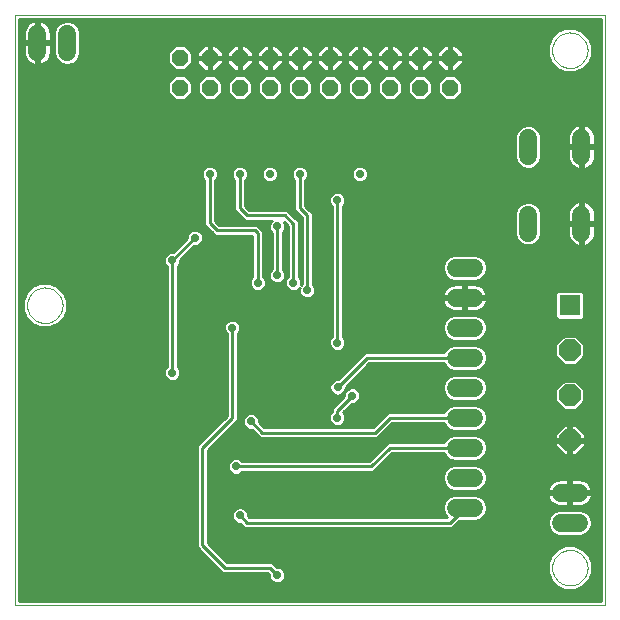
<source format=gbl>
G75*
%MOIN*%
%OFA0B0*%
%FSLAX24Y24*%
%IPPOS*%
%LPD*%
%AMOC8*
5,1,8,0,0,1.08239X$1,22.5*
%
%ADD10C,0.0000*%
%ADD11C,0.0600*%
%ADD12R,0.0709X0.0709*%
%ADD13OC8,0.0709*%
%ADD14OC8,0.0560*%
%ADD15C,0.0100*%
%ADD16C,0.0280*%
D10*
X000800Y000550D02*
X000800Y020235D01*
X020485Y020235D01*
X020485Y000550D01*
X000800Y000550D01*
X001209Y010550D02*
X001211Y010598D01*
X001217Y010646D01*
X001227Y010693D01*
X001240Y010739D01*
X001258Y010784D01*
X001278Y010828D01*
X001303Y010870D01*
X001331Y010909D01*
X001361Y010946D01*
X001395Y010980D01*
X001432Y011012D01*
X001470Y011041D01*
X001511Y011066D01*
X001554Y011088D01*
X001599Y011106D01*
X001645Y011120D01*
X001692Y011131D01*
X001740Y011138D01*
X001788Y011141D01*
X001836Y011140D01*
X001884Y011135D01*
X001932Y011126D01*
X001978Y011114D01*
X002023Y011097D01*
X002067Y011077D01*
X002109Y011054D01*
X002149Y011027D01*
X002187Y010997D01*
X002222Y010964D01*
X002254Y010928D01*
X002284Y010890D01*
X002310Y010849D01*
X002332Y010806D01*
X002352Y010762D01*
X002367Y010717D01*
X002379Y010670D01*
X002387Y010622D01*
X002391Y010574D01*
X002391Y010526D01*
X002387Y010478D01*
X002379Y010430D01*
X002367Y010383D01*
X002352Y010338D01*
X002332Y010294D01*
X002310Y010251D01*
X002284Y010210D01*
X002254Y010172D01*
X002222Y010136D01*
X002187Y010103D01*
X002149Y010073D01*
X002109Y010046D01*
X002067Y010023D01*
X002023Y010003D01*
X001978Y009986D01*
X001932Y009974D01*
X001884Y009965D01*
X001836Y009960D01*
X001788Y009959D01*
X001740Y009962D01*
X001692Y009969D01*
X001645Y009980D01*
X001599Y009994D01*
X001554Y010012D01*
X001511Y010034D01*
X001470Y010059D01*
X001432Y010088D01*
X001395Y010120D01*
X001361Y010154D01*
X001331Y010191D01*
X001303Y010230D01*
X001278Y010272D01*
X001258Y010316D01*
X001240Y010361D01*
X001227Y010407D01*
X001217Y010454D01*
X001211Y010502D01*
X001209Y010550D01*
X018709Y019050D02*
X018711Y019098D01*
X018717Y019146D01*
X018727Y019193D01*
X018740Y019239D01*
X018758Y019284D01*
X018778Y019328D01*
X018803Y019370D01*
X018831Y019409D01*
X018861Y019446D01*
X018895Y019480D01*
X018932Y019512D01*
X018970Y019541D01*
X019011Y019566D01*
X019054Y019588D01*
X019099Y019606D01*
X019145Y019620D01*
X019192Y019631D01*
X019240Y019638D01*
X019288Y019641D01*
X019336Y019640D01*
X019384Y019635D01*
X019432Y019626D01*
X019478Y019614D01*
X019523Y019597D01*
X019567Y019577D01*
X019609Y019554D01*
X019649Y019527D01*
X019687Y019497D01*
X019722Y019464D01*
X019754Y019428D01*
X019784Y019390D01*
X019810Y019349D01*
X019832Y019306D01*
X019852Y019262D01*
X019867Y019217D01*
X019879Y019170D01*
X019887Y019122D01*
X019891Y019074D01*
X019891Y019026D01*
X019887Y018978D01*
X019879Y018930D01*
X019867Y018883D01*
X019852Y018838D01*
X019832Y018794D01*
X019810Y018751D01*
X019784Y018710D01*
X019754Y018672D01*
X019722Y018636D01*
X019687Y018603D01*
X019649Y018573D01*
X019609Y018546D01*
X019567Y018523D01*
X019523Y018503D01*
X019478Y018486D01*
X019432Y018474D01*
X019384Y018465D01*
X019336Y018460D01*
X019288Y018459D01*
X019240Y018462D01*
X019192Y018469D01*
X019145Y018480D01*
X019099Y018494D01*
X019054Y018512D01*
X019011Y018534D01*
X018970Y018559D01*
X018932Y018588D01*
X018895Y018620D01*
X018861Y018654D01*
X018831Y018691D01*
X018803Y018730D01*
X018778Y018772D01*
X018758Y018816D01*
X018740Y018861D01*
X018727Y018907D01*
X018717Y018954D01*
X018711Y019002D01*
X018709Y019050D01*
X018709Y001800D02*
X018711Y001848D01*
X018717Y001896D01*
X018727Y001943D01*
X018740Y001989D01*
X018758Y002034D01*
X018778Y002078D01*
X018803Y002120D01*
X018831Y002159D01*
X018861Y002196D01*
X018895Y002230D01*
X018932Y002262D01*
X018970Y002291D01*
X019011Y002316D01*
X019054Y002338D01*
X019099Y002356D01*
X019145Y002370D01*
X019192Y002381D01*
X019240Y002388D01*
X019288Y002391D01*
X019336Y002390D01*
X019384Y002385D01*
X019432Y002376D01*
X019478Y002364D01*
X019523Y002347D01*
X019567Y002327D01*
X019609Y002304D01*
X019649Y002277D01*
X019687Y002247D01*
X019722Y002214D01*
X019754Y002178D01*
X019784Y002140D01*
X019810Y002099D01*
X019832Y002056D01*
X019852Y002012D01*
X019867Y001967D01*
X019879Y001920D01*
X019887Y001872D01*
X019891Y001824D01*
X019891Y001776D01*
X019887Y001728D01*
X019879Y001680D01*
X019867Y001633D01*
X019852Y001588D01*
X019832Y001544D01*
X019810Y001501D01*
X019784Y001460D01*
X019754Y001422D01*
X019722Y001386D01*
X019687Y001353D01*
X019649Y001323D01*
X019609Y001296D01*
X019567Y001273D01*
X019523Y001253D01*
X019478Y001236D01*
X019432Y001224D01*
X019384Y001215D01*
X019336Y001210D01*
X019288Y001209D01*
X019240Y001212D01*
X019192Y001219D01*
X019145Y001230D01*
X019099Y001244D01*
X019054Y001262D01*
X019011Y001284D01*
X018970Y001309D01*
X018932Y001338D01*
X018895Y001370D01*
X018861Y001404D01*
X018831Y001441D01*
X018803Y001480D01*
X018778Y001522D01*
X018758Y001566D01*
X018740Y001611D01*
X018727Y001657D01*
X018717Y001704D01*
X018711Y001752D01*
X018709Y001800D01*
D11*
X019000Y003300D02*
X019600Y003300D01*
X019600Y004300D02*
X019000Y004300D01*
X016100Y003800D02*
X015500Y003800D01*
X015500Y004800D02*
X016100Y004800D01*
X016100Y005800D02*
X015500Y005800D01*
X015500Y006800D02*
X016100Y006800D01*
X016100Y007800D02*
X015500Y007800D01*
X015500Y008800D02*
X016100Y008800D01*
X016100Y009800D02*
X015500Y009800D01*
X015500Y010800D02*
X016100Y010800D01*
X016100Y011800D02*
X015500Y011800D01*
X017910Y012970D02*
X017910Y013570D01*
X019690Y013570D02*
X019690Y012970D01*
X019690Y015530D02*
X019690Y016130D01*
X017910Y016130D02*
X017910Y015530D01*
X002550Y019000D02*
X002550Y019600D01*
X001550Y019600D02*
X001550Y019000D01*
D12*
X019300Y010550D03*
D13*
X019300Y009050D03*
X019300Y007550D03*
X019300Y006050D03*
D14*
X015300Y017800D03*
X015300Y018800D03*
X014300Y018800D03*
X013300Y018800D03*
X013300Y017800D03*
X014300Y017800D03*
X012300Y017800D03*
X012300Y018800D03*
X011300Y018800D03*
X011300Y017800D03*
X010300Y017800D03*
X010300Y018800D03*
X009300Y018800D03*
X008300Y018800D03*
X008300Y017800D03*
X009300Y017800D03*
X007300Y017800D03*
X007300Y018800D03*
X006300Y018800D03*
X006300Y017800D03*
D15*
X006570Y017492D02*
X007030Y017492D01*
X007128Y017394D02*
X006472Y017394D01*
X006469Y017391D02*
X006709Y017631D01*
X006709Y017969D01*
X006469Y018209D01*
X006131Y018209D01*
X005891Y017969D01*
X005891Y017631D01*
X006131Y017391D01*
X006469Y017391D01*
X006669Y017591D02*
X006931Y017591D01*
X006891Y017631D02*
X007131Y017391D01*
X007469Y017391D01*
X007709Y017631D01*
X007709Y017969D01*
X007469Y018209D01*
X007131Y018209D01*
X006891Y017969D01*
X006891Y017631D01*
X006891Y017689D02*
X006709Y017689D01*
X006709Y017788D02*
X006891Y017788D01*
X006891Y017886D02*
X006709Y017886D01*
X006694Y017985D02*
X006906Y017985D01*
X007005Y018083D02*
X006595Y018083D01*
X006496Y018182D02*
X007103Y018182D01*
X007122Y018370D02*
X007260Y018370D01*
X007260Y018760D01*
X007340Y018760D01*
X007340Y018840D01*
X007730Y018840D01*
X007730Y018978D01*
X007478Y019230D01*
X007340Y019230D01*
X007340Y018840D01*
X007260Y018840D01*
X007260Y019230D01*
X007122Y019230D01*
X006870Y018978D01*
X006870Y018840D01*
X007260Y018840D01*
X007260Y018760D01*
X006870Y018760D01*
X006870Y018622D01*
X007122Y018370D01*
X007113Y018379D02*
X000950Y018379D01*
X000950Y018477D02*
X006045Y018477D01*
X006131Y018391D02*
X006469Y018391D01*
X006709Y018631D01*
X006709Y018969D01*
X006469Y019209D01*
X006131Y019209D01*
X005891Y018969D01*
X005891Y018631D01*
X006131Y018391D01*
X006103Y018182D02*
X000950Y018182D01*
X000950Y018280D02*
X020335Y018280D01*
X020335Y018182D02*
X015496Y018182D01*
X015469Y018209D02*
X015131Y018209D01*
X014891Y017969D01*
X014891Y017631D01*
X015131Y017391D01*
X015469Y017391D01*
X015709Y017631D01*
X015709Y017969D01*
X015469Y018209D01*
X015478Y018370D02*
X015340Y018370D01*
X015340Y018760D01*
X015340Y018840D01*
X015730Y018840D01*
X015730Y018978D01*
X015478Y019230D01*
X015340Y019230D01*
X015340Y018840D01*
X015260Y018840D01*
X015260Y019230D01*
X015122Y019230D01*
X014870Y018978D01*
X014870Y018840D01*
X015260Y018840D01*
X015260Y018760D01*
X015340Y018760D01*
X015730Y018760D01*
X015730Y018622D01*
X015478Y018370D01*
X015487Y018379D02*
X018986Y018379D01*
X018881Y018422D02*
X019153Y018309D01*
X019447Y018309D01*
X019719Y018422D01*
X019928Y018631D01*
X020041Y018903D01*
X020041Y019197D01*
X019928Y019469D01*
X019719Y019678D01*
X019447Y019791D01*
X019153Y019791D01*
X018881Y019678D01*
X018672Y019469D01*
X018559Y019197D01*
X018559Y018903D01*
X018672Y018631D01*
X018881Y018422D01*
X018826Y018477D02*
X015585Y018477D01*
X015684Y018576D02*
X018727Y018576D01*
X018654Y018674D02*
X015730Y018674D01*
X015730Y018871D02*
X018573Y018871D01*
X018559Y018970D02*
X015730Y018970D01*
X015640Y019068D02*
X018559Y019068D01*
X018559Y019167D02*
X015542Y019167D01*
X015340Y019167D02*
X015260Y019167D01*
X015260Y019068D02*
X015340Y019068D01*
X015340Y018970D02*
X015260Y018970D01*
X015260Y018871D02*
X015340Y018871D01*
X015340Y018773D02*
X018613Y018773D01*
X018588Y019265D02*
X002979Y019265D01*
X002979Y019167D02*
X006089Y019167D01*
X005990Y019068D02*
X002979Y019068D01*
X002979Y018970D02*
X005892Y018970D01*
X005891Y018871D02*
X002961Y018871D01*
X002979Y018915D02*
X002913Y018757D01*
X002793Y018637D01*
X002635Y018571D01*
X002465Y018571D01*
X002307Y018637D01*
X002187Y018757D01*
X002121Y018915D01*
X002121Y019685D01*
X002187Y019843D01*
X002307Y019963D01*
X002465Y020029D01*
X002635Y020029D01*
X002793Y019963D01*
X002913Y019843D01*
X002979Y019685D01*
X002979Y018915D01*
X002920Y018773D02*
X005891Y018773D01*
X005891Y018674D02*
X002830Y018674D01*
X002646Y018576D02*
X005946Y018576D01*
X006005Y018083D02*
X000950Y018083D01*
X000950Y017985D02*
X005906Y017985D01*
X005891Y017886D02*
X000950Y017886D01*
X000950Y017788D02*
X005891Y017788D01*
X005891Y017689D02*
X000950Y017689D01*
X000950Y017591D02*
X005931Y017591D01*
X006030Y017492D02*
X000950Y017492D01*
X000950Y017394D02*
X006128Y017394D01*
X006555Y018477D02*
X007015Y018477D01*
X006916Y018576D02*
X006654Y018576D01*
X006709Y018674D02*
X006870Y018674D01*
X006709Y018773D02*
X007260Y018773D01*
X007340Y018773D02*
X008260Y018773D01*
X008260Y018760D02*
X007870Y018760D01*
X007870Y018622D01*
X008122Y018370D01*
X008260Y018370D01*
X008260Y018760D01*
X008340Y018760D01*
X008340Y018840D01*
X008730Y018840D01*
X008730Y018978D01*
X008478Y019230D01*
X008340Y019230D01*
X008340Y018840D01*
X008260Y018840D01*
X008260Y019230D01*
X008122Y019230D01*
X007870Y018978D01*
X007870Y018840D01*
X008260Y018840D01*
X008260Y018760D01*
X008340Y018760D02*
X008340Y018370D01*
X008478Y018370D01*
X008730Y018622D01*
X008730Y018760D01*
X008340Y018760D01*
X008340Y018773D02*
X009260Y018773D01*
X009260Y018760D02*
X008870Y018760D01*
X008870Y018622D01*
X009122Y018370D01*
X009260Y018370D01*
X009260Y018760D01*
X009340Y018760D01*
X009340Y018840D01*
X009730Y018840D01*
X009730Y018978D01*
X009478Y019230D01*
X009340Y019230D01*
X009340Y018840D01*
X009260Y018840D01*
X009260Y019230D01*
X009122Y019230D01*
X008870Y018978D01*
X008870Y018840D01*
X009260Y018840D01*
X009260Y018760D01*
X009340Y018760D02*
X009340Y018370D01*
X009478Y018370D01*
X009730Y018622D01*
X009730Y018760D01*
X009340Y018760D01*
X009340Y018773D02*
X010260Y018773D01*
X010260Y018760D02*
X009870Y018760D01*
X009870Y018622D01*
X010122Y018370D01*
X010260Y018370D01*
X010260Y018760D01*
X010340Y018760D01*
X010340Y018840D01*
X010730Y018840D01*
X010730Y018978D01*
X010478Y019230D01*
X010340Y019230D01*
X010340Y018840D01*
X010260Y018840D01*
X010260Y019230D01*
X010122Y019230D01*
X009870Y018978D01*
X009870Y018840D01*
X010260Y018840D01*
X010260Y018760D01*
X010340Y018760D02*
X010340Y018370D01*
X010478Y018370D01*
X010730Y018622D01*
X010730Y018760D01*
X010340Y018760D01*
X010340Y018773D02*
X011260Y018773D01*
X011260Y018760D02*
X010870Y018760D01*
X010870Y018622D01*
X011122Y018370D01*
X011260Y018370D01*
X011260Y018760D01*
X011340Y018760D01*
X011340Y018840D01*
X011730Y018840D01*
X011730Y018978D01*
X011478Y019230D01*
X011340Y019230D01*
X011340Y018840D01*
X011260Y018840D01*
X011260Y019230D01*
X011122Y019230D01*
X010870Y018978D01*
X010870Y018840D01*
X011260Y018840D01*
X011260Y018760D01*
X011340Y018760D02*
X011340Y018370D01*
X011478Y018370D01*
X011730Y018622D01*
X011730Y018760D01*
X011340Y018760D01*
X011340Y018773D02*
X012260Y018773D01*
X012260Y018760D02*
X011870Y018760D01*
X011870Y018622D01*
X012122Y018370D01*
X012260Y018370D01*
X012260Y018760D01*
X012340Y018760D01*
X012340Y018840D01*
X012730Y018840D01*
X012730Y018978D01*
X012478Y019230D01*
X012340Y019230D01*
X012340Y018840D01*
X012260Y018840D01*
X012260Y019230D01*
X012122Y019230D01*
X011870Y018978D01*
X011870Y018840D01*
X012260Y018840D01*
X012260Y018760D01*
X012340Y018760D02*
X012340Y018370D01*
X012478Y018370D01*
X012730Y018622D01*
X012730Y018760D01*
X012340Y018760D01*
X012340Y018773D02*
X013260Y018773D01*
X013260Y018760D02*
X012870Y018760D01*
X012870Y018622D01*
X013122Y018370D01*
X013260Y018370D01*
X013260Y018760D01*
X013340Y018760D01*
X013340Y018840D01*
X013730Y018840D01*
X013730Y018978D01*
X013478Y019230D01*
X013340Y019230D01*
X013340Y018840D01*
X013260Y018840D01*
X013260Y019230D01*
X013122Y019230D01*
X012870Y018978D01*
X012870Y018840D01*
X013260Y018840D01*
X013260Y018760D01*
X013340Y018760D02*
X013340Y018370D01*
X013478Y018370D01*
X013730Y018622D01*
X013730Y018760D01*
X013340Y018760D01*
X013340Y018773D02*
X014260Y018773D01*
X014260Y018760D02*
X013870Y018760D01*
X013870Y018622D01*
X014122Y018370D01*
X014260Y018370D01*
X014260Y018760D01*
X014340Y018760D01*
X014340Y018840D01*
X014730Y018840D01*
X014730Y018978D01*
X014478Y019230D01*
X014340Y019230D01*
X014340Y018840D01*
X014260Y018840D01*
X014260Y019230D01*
X014122Y019230D01*
X013870Y018978D01*
X013870Y018840D01*
X014260Y018840D01*
X014260Y018760D01*
X014340Y018760D02*
X014340Y018370D01*
X014478Y018370D01*
X014730Y018622D01*
X014730Y018760D01*
X014340Y018760D01*
X014340Y018773D02*
X015260Y018773D01*
X015260Y018760D02*
X014870Y018760D01*
X014870Y018622D01*
X015122Y018370D01*
X015260Y018370D01*
X015260Y018760D01*
X015260Y018674D02*
X015340Y018674D01*
X015340Y018576D02*
X015260Y018576D01*
X015260Y018477D02*
X015340Y018477D01*
X015340Y018379D02*
X015260Y018379D01*
X015113Y018379D02*
X014487Y018379D01*
X014585Y018477D02*
X015015Y018477D01*
X014916Y018576D02*
X014684Y018576D01*
X014730Y018674D02*
X014870Y018674D01*
X014870Y018871D02*
X014730Y018871D01*
X014730Y018970D02*
X014870Y018970D01*
X014960Y019068D02*
X014640Y019068D01*
X014542Y019167D02*
X015058Y019167D01*
X014340Y019167D02*
X014260Y019167D01*
X014260Y019068D02*
X014340Y019068D01*
X014340Y018970D02*
X014260Y018970D01*
X014260Y018871D02*
X014340Y018871D01*
X014340Y018674D02*
X014260Y018674D01*
X014260Y018576D02*
X014340Y018576D01*
X014340Y018477D02*
X014260Y018477D01*
X014260Y018379D02*
X014340Y018379D01*
X014469Y018209D02*
X014131Y018209D01*
X013891Y017969D01*
X013891Y017631D01*
X014131Y017391D01*
X014469Y017391D01*
X014709Y017631D01*
X014709Y017969D01*
X014469Y018209D01*
X014496Y018182D02*
X015103Y018182D01*
X015005Y018083D02*
X014595Y018083D01*
X014694Y017985D02*
X014906Y017985D01*
X014891Y017886D02*
X014709Y017886D01*
X014709Y017788D02*
X014891Y017788D01*
X014891Y017689D02*
X014709Y017689D01*
X014669Y017591D02*
X014931Y017591D01*
X015030Y017492D02*
X014570Y017492D01*
X014472Y017394D02*
X015128Y017394D01*
X015472Y017394D02*
X020335Y017394D01*
X020335Y017492D02*
X015570Y017492D01*
X015669Y017591D02*
X020335Y017591D01*
X020335Y017689D02*
X015709Y017689D01*
X015709Y017788D02*
X020335Y017788D01*
X020335Y017886D02*
X015709Y017886D01*
X015694Y017985D02*
X020335Y017985D01*
X020335Y018083D02*
X015595Y018083D01*
X014103Y018182D02*
X013496Y018182D01*
X013469Y018209D02*
X013709Y017969D01*
X013709Y017631D01*
X013469Y017391D01*
X013131Y017391D01*
X012891Y017631D01*
X012891Y017969D01*
X013131Y018209D01*
X013469Y018209D01*
X013487Y018379D02*
X014113Y018379D01*
X014015Y018477D02*
X013585Y018477D01*
X013684Y018576D02*
X013916Y018576D01*
X013870Y018674D02*
X013730Y018674D01*
X013730Y018871D02*
X013870Y018871D01*
X013870Y018970D02*
X013730Y018970D01*
X013640Y019068D02*
X013960Y019068D01*
X014058Y019167D02*
X013542Y019167D01*
X013340Y019167D02*
X013260Y019167D01*
X013260Y019068D02*
X013340Y019068D01*
X013340Y018970D02*
X013260Y018970D01*
X013260Y018871D02*
X013340Y018871D01*
X013340Y018674D02*
X013260Y018674D01*
X013260Y018576D02*
X013340Y018576D01*
X013340Y018477D02*
X013260Y018477D01*
X013260Y018379D02*
X013340Y018379D01*
X013113Y018379D02*
X012487Y018379D01*
X012585Y018477D02*
X013015Y018477D01*
X012916Y018576D02*
X012684Y018576D01*
X012730Y018674D02*
X012870Y018674D01*
X012870Y018871D02*
X012730Y018871D01*
X012730Y018970D02*
X012870Y018970D01*
X012960Y019068D02*
X012640Y019068D01*
X012542Y019167D02*
X013058Y019167D01*
X012340Y019167D02*
X012260Y019167D01*
X012260Y019068D02*
X012340Y019068D01*
X012340Y018970D02*
X012260Y018970D01*
X012260Y018871D02*
X012340Y018871D01*
X012340Y018674D02*
X012260Y018674D01*
X012260Y018576D02*
X012340Y018576D01*
X012340Y018477D02*
X012260Y018477D01*
X012260Y018379D02*
X012340Y018379D01*
X012469Y018209D02*
X012131Y018209D01*
X011891Y017969D01*
X011891Y017631D01*
X012131Y017391D01*
X012469Y017391D01*
X012709Y017631D01*
X012709Y017969D01*
X012469Y018209D01*
X012496Y018182D02*
X013103Y018182D01*
X013005Y018083D02*
X012595Y018083D01*
X012694Y017985D02*
X012906Y017985D01*
X012891Y017886D02*
X012709Y017886D01*
X012709Y017788D02*
X012891Y017788D01*
X012891Y017689D02*
X012709Y017689D01*
X012669Y017591D02*
X012931Y017591D01*
X013030Y017492D02*
X012570Y017492D01*
X012472Y017394D02*
X013128Y017394D01*
X013472Y017394D02*
X014128Y017394D01*
X014030Y017492D02*
X013570Y017492D01*
X013669Y017591D02*
X013931Y017591D01*
X013891Y017689D02*
X013709Y017689D01*
X013709Y017788D02*
X013891Y017788D01*
X013891Y017886D02*
X013709Y017886D01*
X013694Y017985D02*
X013906Y017985D01*
X014005Y018083D02*
X013595Y018083D01*
X012103Y018182D02*
X011496Y018182D01*
X011469Y018209D02*
X011131Y018209D01*
X010891Y017969D01*
X010891Y017631D01*
X011131Y017391D01*
X011469Y017391D01*
X011709Y017631D01*
X011709Y017969D01*
X011469Y018209D01*
X011487Y018379D02*
X012113Y018379D01*
X012015Y018477D02*
X011585Y018477D01*
X011684Y018576D02*
X011916Y018576D01*
X011870Y018674D02*
X011730Y018674D01*
X011730Y018871D02*
X011870Y018871D01*
X011870Y018970D02*
X011730Y018970D01*
X011640Y019068D02*
X011960Y019068D01*
X012058Y019167D02*
X011542Y019167D01*
X011340Y019167D02*
X011260Y019167D01*
X011260Y019068D02*
X011340Y019068D01*
X011340Y018970D02*
X011260Y018970D01*
X011260Y018871D02*
X011340Y018871D01*
X011340Y018674D02*
X011260Y018674D01*
X011260Y018576D02*
X011340Y018576D01*
X011340Y018477D02*
X011260Y018477D01*
X011260Y018379D02*
X011340Y018379D01*
X011113Y018379D02*
X010487Y018379D01*
X010585Y018477D02*
X011015Y018477D01*
X010916Y018576D02*
X010684Y018576D01*
X010730Y018674D02*
X010870Y018674D01*
X010870Y018871D02*
X010730Y018871D01*
X010730Y018970D02*
X010870Y018970D01*
X010960Y019068D02*
X010640Y019068D01*
X010542Y019167D02*
X011058Y019167D01*
X010340Y019167D02*
X010260Y019167D01*
X010260Y019068D02*
X010340Y019068D01*
X010340Y018970D02*
X010260Y018970D01*
X010260Y018871D02*
X010340Y018871D01*
X010340Y018674D02*
X010260Y018674D01*
X010260Y018576D02*
X010340Y018576D01*
X010340Y018477D02*
X010260Y018477D01*
X010260Y018379D02*
X010340Y018379D01*
X010469Y018209D02*
X010131Y018209D01*
X009891Y017969D01*
X009891Y017631D01*
X010131Y017391D01*
X010469Y017391D01*
X010709Y017631D01*
X010709Y017969D01*
X010469Y018209D01*
X010496Y018182D02*
X011103Y018182D01*
X011005Y018083D02*
X010595Y018083D01*
X010694Y017985D02*
X010906Y017985D01*
X010891Y017886D02*
X010709Y017886D01*
X010709Y017788D02*
X010891Y017788D01*
X010891Y017689D02*
X010709Y017689D01*
X010669Y017591D02*
X010931Y017591D01*
X011030Y017492D02*
X010570Y017492D01*
X010472Y017394D02*
X011128Y017394D01*
X011472Y017394D02*
X012128Y017394D01*
X012030Y017492D02*
X011570Y017492D01*
X011669Y017591D02*
X011931Y017591D01*
X011891Y017689D02*
X011709Y017689D01*
X011709Y017788D02*
X011891Y017788D01*
X011891Y017886D02*
X011709Y017886D01*
X011694Y017985D02*
X011906Y017985D01*
X012005Y018083D02*
X011595Y018083D01*
X010103Y018182D02*
X009496Y018182D01*
X009469Y018209D02*
X009131Y018209D01*
X008891Y017969D01*
X008891Y017631D01*
X009131Y017391D01*
X009469Y017391D01*
X009709Y017631D01*
X009709Y017969D01*
X009469Y018209D01*
X009487Y018379D02*
X010113Y018379D01*
X010015Y018477D02*
X009585Y018477D01*
X009684Y018576D02*
X009916Y018576D01*
X009870Y018674D02*
X009730Y018674D01*
X009730Y018871D02*
X009870Y018871D01*
X009870Y018970D02*
X009730Y018970D01*
X009640Y019068D02*
X009960Y019068D01*
X010058Y019167D02*
X009542Y019167D01*
X009340Y019167D02*
X009260Y019167D01*
X009260Y019068D02*
X009340Y019068D01*
X009340Y018970D02*
X009260Y018970D01*
X009260Y018871D02*
X009340Y018871D01*
X009340Y018674D02*
X009260Y018674D01*
X009260Y018576D02*
X009340Y018576D01*
X009340Y018477D02*
X009260Y018477D01*
X009260Y018379D02*
X009340Y018379D01*
X009595Y018083D02*
X010005Y018083D01*
X009906Y017985D02*
X009694Y017985D01*
X009709Y017886D02*
X009891Y017886D01*
X009891Y017788D02*
X009709Y017788D01*
X009709Y017689D02*
X009891Y017689D01*
X009931Y017591D02*
X009669Y017591D01*
X009570Y017492D02*
X010030Y017492D01*
X010128Y017394D02*
X009472Y017394D01*
X009128Y017394D02*
X008472Y017394D01*
X008469Y017391D02*
X008709Y017631D01*
X008709Y017969D01*
X008469Y018209D01*
X008131Y018209D01*
X007891Y017969D01*
X007891Y017631D01*
X008131Y017391D01*
X008469Y017391D01*
X008570Y017492D02*
X009030Y017492D01*
X008931Y017591D02*
X008669Y017591D01*
X008709Y017689D02*
X008891Y017689D01*
X008891Y017788D02*
X008709Y017788D01*
X008709Y017886D02*
X008891Y017886D01*
X008906Y017985D02*
X008694Y017985D01*
X008595Y018083D02*
X009005Y018083D01*
X009103Y018182D02*
X008496Y018182D01*
X008487Y018379D02*
X009113Y018379D01*
X009015Y018477D02*
X008585Y018477D01*
X008684Y018576D02*
X008916Y018576D01*
X008870Y018674D02*
X008730Y018674D01*
X008730Y018871D02*
X008870Y018871D01*
X008870Y018970D02*
X008730Y018970D01*
X008640Y019068D02*
X008960Y019068D01*
X009058Y019167D02*
X008542Y019167D01*
X008340Y019167D02*
X008260Y019167D01*
X008260Y019068D02*
X008340Y019068D01*
X008340Y018970D02*
X008260Y018970D01*
X008260Y018871D02*
X008340Y018871D01*
X008340Y018674D02*
X008260Y018674D01*
X008260Y018576D02*
X008340Y018576D01*
X008340Y018477D02*
X008260Y018477D01*
X008260Y018379D02*
X008340Y018379D01*
X008113Y018379D02*
X007487Y018379D01*
X007478Y018370D02*
X007730Y018622D01*
X007730Y018760D01*
X007340Y018760D01*
X007340Y018370D01*
X007478Y018370D01*
X007340Y018379D02*
X007260Y018379D01*
X007260Y018477D02*
X007340Y018477D01*
X007340Y018576D02*
X007260Y018576D01*
X007260Y018674D02*
X007340Y018674D01*
X007340Y018871D02*
X007260Y018871D01*
X007260Y018970D02*
X007340Y018970D01*
X007340Y019068D02*
X007260Y019068D01*
X007260Y019167D02*
X007340Y019167D01*
X007542Y019167D02*
X008058Y019167D01*
X007960Y019068D02*
X007640Y019068D01*
X007730Y018970D02*
X007870Y018970D01*
X007870Y018871D02*
X007730Y018871D01*
X007730Y018674D02*
X007870Y018674D01*
X007916Y018576D02*
X007684Y018576D01*
X007585Y018477D02*
X008015Y018477D01*
X008103Y018182D02*
X007496Y018182D01*
X007595Y018083D02*
X008005Y018083D01*
X007906Y017985D02*
X007694Y017985D01*
X007709Y017886D02*
X007891Y017886D01*
X007891Y017788D02*
X007709Y017788D01*
X007709Y017689D02*
X007891Y017689D01*
X007931Y017591D02*
X007669Y017591D01*
X007570Y017492D02*
X008030Y017492D01*
X008128Y017394D02*
X007472Y017394D01*
X006870Y018871D02*
X006709Y018871D01*
X006708Y018970D02*
X006870Y018970D01*
X006960Y019068D02*
X006610Y019068D01*
X006511Y019167D02*
X007058Y019167D01*
X007247Y015194D02*
X007148Y015153D01*
X007072Y015077D01*
X007031Y014978D01*
X007031Y014872D01*
X007072Y014773D01*
X007121Y014724D01*
X007121Y013226D01*
X007371Y012976D01*
X007476Y012871D01*
X008720Y012871D01*
X008720Y011501D01*
X008671Y011452D01*
X008630Y011353D01*
X008630Y011247D01*
X008671Y011148D01*
X008746Y011072D01*
X008845Y011031D01*
X008952Y011031D01*
X009051Y011072D01*
X009126Y011148D01*
X009167Y011247D01*
X009167Y011353D01*
X009126Y011452D01*
X009077Y011501D01*
X009077Y013026D01*
X008972Y013130D01*
X008874Y013229D01*
X007624Y013229D01*
X007479Y013374D01*
X007479Y014724D01*
X007528Y014773D01*
X007569Y014872D01*
X007569Y014978D01*
X007528Y015077D01*
X007452Y015153D01*
X007353Y015194D01*
X007247Y015194D01*
X007123Y015128D02*
X000950Y015128D01*
X000950Y015030D02*
X007052Y015030D01*
X007031Y014931D02*
X000950Y014931D01*
X000950Y014833D02*
X007047Y014833D01*
X007111Y014734D02*
X000950Y014734D01*
X000950Y014636D02*
X007121Y014636D01*
X007121Y014537D02*
X000950Y014537D01*
X000950Y014439D02*
X007121Y014439D01*
X007121Y014340D02*
X000950Y014340D01*
X000950Y014242D02*
X007121Y014242D01*
X007121Y014143D02*
X000950Y014143D01*
X000950Y014045D02*
X007121Y014045D01*
X007121Y013946D02*
X000950Y013946D01*
X000950Y013848D02*
X007121Y013848D01*
X007121Y013749D02*
X000950Y013749D01*
X000950Y013651D02*
X007121Y013651D01*
X007121Y013552D02*
X000950Y013552D01*
X000950Y013454D02*
X007121Y013454D01*
X007121Y013355D02*
X000950Y013355D01*
X000950Y013257D02*
X007121Y013257D01*
X007189Y013158D02*
X000950Y013158D01*
X000950Y013060D02*
X006724Y013060D01*
X006747Y013069D02*
X006648Y013028D01*
X006572Y012952D01*
X006531Y012853D01*
X006531Y012784D01*
X006066Y012319D01*
X005997Y012319D01*
X005898Y012278D01*
X005822Y012202D01*
X005781Y012103D01*
X005781Y011997D01*
X005822Y011898D01*
X005871Y011849D01*
X005871Y008501D01*
X005822Y008452D01*
X005781Y008353D01*
X005781Y008247D01*
X005822Y008148D01*
X005898Y008072D01*
X005997Y008031D01*
X006103Y008031D01*
X006202Y008072D01*
X006278Y008148D01*
X006319Y008247D01*
X006319Y008353D01*
X006278Y008452D01*
X006229Y008501D01*
X006229Y011849D01*
X006278Y011898D01*
X006319Y011997D01*
X006319Y012066D01*
X006784Y012531D01*
X006853Y012531D01*
X006952Y012572D01*
X007028Y012648D01*
X007069Y012747D01*
X007069Y012853D01*
X007028Y012952D01*
X006952Y013028D01*
X006853Y013069D01*
X006747Y013069D01*
X006876Y013060D02*
X007288Y013060D01*
X007386Y012961D02*
X007019Y012961D01*
X007065Y012863D02*
X008720Y012863D01*
X008720Y012764D02*
X007069Y012764D01*
X007035Y012666D02*
X008720Y012666D01*
X008720Y012567D02*
X006940Y012567D01*
X006721Y012469D02*
X008720Y012469D01*
X008720Y012370D02*
X006623Y012370D01*
X006524Y012272D02*
X008720Y012272D01*
X008720Y012173D02*
X006426Y012173D01*
X006327Y012075D02*
X008720Y012075D01*
X008720Y011976D02*
X006310Y011976D01*
X006258Y011878D02*
X008720Y011878D01*
X008720Y011779D02*
X006229Y011779D01*
X006229Y011681D02*
X008720Y011681D01*
X008720Y011582D02*
X006229Y011582D01*
X006229Y011484D02*
X008702Y011484D01*
X008643Y011385D02*
X006229Y011385D01*
X006229Y011287D02*
X008630Y011287D01*
X008654Y011188D02*
X006229Y011188D01*
X006229Y011090D02*
X008729Y011090D01*
X008898Y011300D02*
X008898Y012952D01*
X008800Y013050D01*
X007550Y013050D01*
X007300Y013300D01*
X007300Y014925D01*
X007489Y014734D02*
X008111Y014734D01*
X008121Y014724D02*
X008121Y013726D01*
X008476Y013371D01*
X009366Y013371D01*
X009322Y013327D01*
X009281Y013228D01*
X009281Y013122D01*
X009322Y013023D01*
X009371Y012974D01*
X009371Y011751D01*
X009322Y011702D01*
X009281Y011603D01*
X009281Y011497D01*
X009322Y011398D01*
X009398Y011322D01*
X009497Y011281D01*
X009603Y011281D01*
X009702Y011322D01*
X009778Y011398D01*
X009819Y011497D01*
X009819Y011603D01*
X009778Y011702D01*
X009729Y011751D01*
X009729Y012974D01*
X009778Y013023D01*
X009819Y013122D01*
X009819Y013228D01*
X009783Y013314D01*
X009901Y013196D01*
X009901Y011501D01*
X009852Y011452D01*
X009811Y011353D01*
X009811Y011247D01*
X009852Y011148D01*
X009927Y011072D01*
X010026Y011031D01*
X010133Y011031D01*
X010232Y011072D01*
X010294Y011135D01*
X010281Y011103D01*
X010281Y010997D01*
X010322Y010898D01*
X010398Y010822D01*
X010497Y010781D01*
X010603Y010781D01*
X010702Y010822D01*
X010778Y010898D01*
X010819Y010997D01*
X010819Y011103D01*
X010778Y011202D01*
X010729Y011251D01*
X010729Y013624D01*
X010624Y013729D01*
X010479Y013874D01*
X010479Y014724D01*
X010528Y014773D01*
X010569Y014872D01*
X010569Y014978D01*
X010528Y015077D01*
X010452Y015153D01*
X010353Y015194D01*
X010247Y015194D01*
X010148Y015153D01*
X010072Y015077D01*
X010031Y014978D01*
X010031Y014872D01*
X010072Y014773D01*
X010121Y014724D01*
X010121Y013726D01*
X010371Y013476D01*
X010371Y011251D01*
X010335Y011215D01*
X010348Y011247D01*
X010348Y011353D01*
X010307Y011452D01*
X010258Y011501D01*
X010258Y013345D01*
X010154Y013449D01*
X010154Y013449D01*
X009874Y013729D01*
X008624Y013729D01*
X008479Y013874D01*
X008479Y014724D01*
X008528Y014773D01*
X008569Y014872D01*
X008569Y014978D01*
X008528Y015077D01*
X008452Y015153D01*
X008353Y015194D01*
X008247Y015194D01*
X008148Y015153D01*
X008072Y015077D01*
X008031Y014978D01*
X008031Y014872D01*
X008072Y014773D01*
X008121Y014724D01*
X008121Y014636D02*
X007479Y014636D01*
X007479Y014537D02*
X008121Y014537D01*
X008121Y014439D02*
X007479Y014439D01*
X007479Y014340D02*
X008121Y014340D01*
X008121Y014242D02*
X007479Y014242D01*
X007479Y014143D02*
X008121Y014143D01*
X008121Y014045D02*
X007479Y014045D01*
X007479Y013946D02*
X008121Y013946D01*
X008121Y013848D02*
X007479Y013848D01*
X007479Y013749D02*
X008121Y013749D01*
X008197Y013651D02*
X007479Y013651D01*
X007479Y013552D02*
X008295Y013552D01*
X008394Y013454D02*
X007479Y013454D01*
X007498Y013355D02*
X009350Y013355D01*
X009293Y013257D02*
X007596Y013257D01*
X008300Y013800D02*
X008550Y013550D01*
X009800Y013550D01*
X010080Y013270D01*
X010080Y011300D01*
X010276Y011484D02*
X010371Y011484D01*
X010371Y011582D02*
X010258Y011582D01*
X010258Y011681D02*
X010371Y011681D01*
X010371Y011779D02*
X010258Y011779D01*
X010258Y011878D02*
X010371Y011878D01*
X010371Y011976D02*
X010258Y011976D01*
X010258Y012075D02*
X010371Y012075D01*
X010371Y012173D02*
X010258Y012173D01*
X010258Y012272D02*
X010371Y012272D01*
X010371Y012370D02*
X010258Y012370D01*
X010258Y012469D02*
X010371Y012469D01*
X010371Y012567D02*
X010258Y012567D01*
X010258Y012666D02*
X010371Y012666D01*
X010371Y012764D02*
X010258Y012764D01*
X010258Y012863D02*
X010371Y012863D01*
X010371Y012961D02*
X010258Y012961D01*
X010258Y013060D02*
X010371Y013060D01*
X010371Y013158D02*
X010258Y013158D01*
X010258Y013257D02*
X010371Y013257D01*
X010371Y013355D02*
X010248Y013355D01*
X010149Y013454D02*
X010371Y013454D01*
X010295Y013552D02*
X010051Y013552D01*
X009952Y013651D02*
X010197Y013651D01*
X010121Y013749D02*
X008604Y013749D01*
X008505Y013848D02*
X010121Y013848D01*
X010121Y013946D02*
X008479Y013946D01*
X008479Y014045D02*
X010121Y014045D01*
X010121Y014143D02*
X008479Y014143D01*
X008479Y014242D02*
X010121Y014242D01*
X010121Y014340D02*
X008479Y014340D01*
X008479Y014439D02*
X010121Y014439D01*
X010121Y014537D02*
X008479Y014537D01*
X008479Y014636D02*
X010121Y014636D01*
X010111Y014734D02*
X009489Y014734D01*
X009452Y014697D02*
X009528Y014773D01*
X009569Y014872D01*
X009569Y014978D01*
X009528Y015077D01*
X009452Y015153D01*
X009353Y015194D01*
X009247Y015194D01*
X009148Y015153D01*
X009072Y015077D01*
X009031Y014978D01*
X009031Y014872D01*
X009072Y014773D01*
X009148Y014697D01*
X009247Y014656D01*
X009353Y014656D01*
X009452Y014697D01*
X009553Y014833D02*
X010047Y014833D01*
X010031Y014931D02*
X009569Y014931D01*
X009548Y015030D02*
X010052Y015030D01*
X010123Y015128D02*
X009477Y015128D01*
X009123Y015128D02*
X008477Y015128D01*
X008548Y015030D02*
X009052Y015030D01*
X009031Y014931D02*
X008569Y014931D01*
X008553Y014833D02*
X009047Y014833D01*
X009111Y014734D02*
X008489Y014734D01*
X008300Y014925D02*
X008300Y013800D01*
X008945Y013158D02*
X009281Y013158D01*
X009307Y013060D02*
X009043Y013060D01*
X009077Y012961D02*
X009371Y012961D01*
X009371Y012863D02*
X009077Y012863D01*
X009077Y012764D02*
X009371Y012764D01*
X009371Y012666D02*
X009077Y012666D01*
X009077Y012567D02*
X009371Y012567D01*
X009371Y012469D02*
X009077Y012469D01*
X009077Y012370D02*
X009371Y012370D01*
X009371Y012272D02*
X009077Y012272D01*
X009077Y012173D02*
X009371Y012173D01*
X009371Y012075D02*
X009077Y012075D01*
X009077Y011976D02*
X009371Y011976D01*
X009371Y011878D02*
X009077Y011878D01*
X009077Y011779D02*
X009371Y011779D01*
X009313Y011681D02*
X009077Y011681D01*
X009077Y011582D02*
X009281Y011582D01*
X009287Y011484D02*
X009095Y011484D01*
X009154Y011385D02*
X009335Y011385D01*
X009484Y011287D02*
X009167Y011287D01*
X009143Y011188D02*
X009835Y011188D01*
X009811Y011287D02*
X009616Y011287D01*
X009765Y011385D02*
X009824Y011385D01*
X009813Y011484D02*
X009883Y011484D01*
X009901Y011582D02*
X009819Y011582D01*
X009787Y011681D02*
X009901Y011681D01*
X009901Y011779D02*
X009729Y011779D01*
X009729Y011878D02*
X009901Y011878D01*
X009901Y011976D02*
X009729Y011976D01*
X009729Y012075D02*
X009901Y012075D01*
X009901Y012173D02*
X009729Y012173D01*
X009729Y012272D02*
X009901Y012272D01*
X009901Y012370D02*
X009729Y012370D01*
X009729Y012469D02*
X009901Y012469D01*
X009901Y012567D02*
X009729Y012567D01*
X009729Y012666D02*
X009901Y012666D01*
X009901Y012764D02*
X009729Y012764D01*
X009729Y012863D02*
X009901Y012863D01*
X009901Y012961D02*
X009729Y012961D01*
X009793Y013060D02*
X009901Y013060D01*
X009901Y013158D02*
X009819Y013158D01*
X009807Y013257D02*
X009841Y013257D01*
X009550Y013175D02*
X009550Y011550D01*
X009910Y011090D02*
X009068Y011090D01*
X008202Y010028D02*
X008103Y010069D01*
X007997Y010069D01*
X007898Y010028D01*
X007822Y009952D01*
X007781Y009853D01*
X007781Y009747D01*
X007822Y009648D01*
X007871Y009599D01*
X007871Y006874D01*
X006976Y005979D01*
X006871Y005874D01*
X006871Y002476D01*
X007621Y001726D01*
X007726Y001621D01*
X009226Y001621D01*
X009281Y001566D01*
X009281Y001497D01*
X009322Y001398D01*
X009398Y001322D01*
X009497Y001281D01*
X009603Y001281D01*
X009702Y001322D01*
X009778Y001398D01*
X009819Y001497D01*
X009819Y001603D01*
X009778Y001702D01*
X009702Y001778D01*
X009603Y001819D01*
X009534Y001819D01*
X009374Y001979D01*
X007874Y001979D01*
X007229Y002624D01*
X007229Y005726D01*
X008229Y006726D01*
X008229Y009599D01*
X008278Y009648D01*
X008319Y009747D01*
X008319Y009853D01*
X008278Y009952D01*
X008202Y010028D01*
X008224Y010006D02*
X011371Y010006D01*
X011371Y009908D02*
X008296Y009908D01*
X008319Y009809D02*
X011371Y009809D01*
X011371Y009711D02*
X008304Y009711D01*
X008242Y009612D02*
X011371Y009612D01*
X011371Y009514D02*
X008229Y009514D01*
X008229Y009415D02*
X011307Y009415D01*
X011322Y009452D02*
X011281Y009353D01*
X011281Y009247D01*
X011322Y009148D01*
X011398Y009072D01*
X011497Y009031D01*
X011603Y009031D01*
X011702Y009072D01*
X011778Y009148D01*
X011819Y009247D01*
X011819Y009353D01*
X011778Y009452D01*
X011729Y009501D01*
X011729Y013849D01*
X011778Y013898D01*
X011819Y013997D01*
X011819Y014103D01*
X011778Y014202D01*
X011702Y014278D01*
X011603Y014319D01*
X011497Y014319D01*
X011398Y014278D01*
X011322Y014202D01*
X011281Y014103D01*
X011281Y013997D01*
X011322Y013898D01*
X011371Y013849D01*
X011371Y009501D01*
X011322Y009452D01*
X011281Y009317D02*
X008229Y009317D01*
X008229Y009218D02*
X011293Y009218D01*
X011350Y009120D02*
X008229Y009120D01*
X008229Y009021D02*
X015127Y009021D01*
X015137Y009043D02*
X015110Y008979D01*
X012476Y008979D01*
X011574Y008077D01*
X011504Y008077D01*
X011406Y008036D01*
X008229Y008036D01*
X008229Y007938D02*
X011321Y007938D01*
X011330Y007960D02*
X011289Y007861D01*
X011289Y007754D01*
X011330Y007656D01*
X011406Y007580D01*
X011504Y007539D01*
X011611Y007539D01*
X011710Y007580D01*
X011786Y007656D01*
X011827Y007754D01*
X011827Y007824D01*
X012624Y008621D01*
X015110Y008621D01*
X015137Y008557D01*
X015257Y008437D01*
X015415Y008371D01*
X016185Y008371D01*
X016343Y008437D01*
X016463Y008557D01*
X016529Y008715D01*
X016529Y008885D01*
X016463Y009043D01*
X016343Y009163D01*
X016185Y009229D01*
X015415Y009229D01*
X015257Y009163D01*
X015137Y009043D01*
X015213Y009120D02*
X011750Y009120D01*
X011807Y009218D02*
X015389Y009218D01*
X015415Y009371D02*
X015257Y009437D01*
X015137Y009557D01*
X015071Y009715D01*
X015071Y009885D01*
X015137Y010043D01*
X015257Y010163D01*
X015415Y010229D01*
X016185Y010229D01*
X016343Y010163D01*
X016463Y010043D01*
X016529Y009885D01*
X016529Y009715D01*
X016463Y009557D01*
X016343Y009437D01*
X016185Y009371D01*
X015415Y009371D01*
X015309Y009415D02*
X011793Y009415D01*
X011819Y009317D02*
X018883Y009317D01*
X018817Y009250D02*
X019100Y009533D01*
X019500Y009533D01*
X019783Y009250D01*
X019783Y008850D01*
X019500Y008567D01*
X019100Y008567D01*
X018817Y008850D01*
X018817Y009250D01*
X018817Y009218D02*
X016211Y009218D01*
X016387Y009120D02*
X018817Y009120D01*
X018817Y009021D02*
X016473Y009021D01*
X016513Y008923D02*
X018817Y008923D01*
X018843Y008824D02*
X016529Y008824D01*
X016529Y008726D02*
X018941Y008726D01*
X019040Y008627D02*
X016492Y008627D01*
X016435Y008529D02*
X020335Y008529D01*
X020335Y008627D02*
X019560Y008627D01*
X019659Y008726D02*
X020335Y008726D01*
X020335Y008824D02*
X019757Y008824D01*
X019783Y008923D02*
X020335Y008923D01*
X020335Y009021D02*
X019783Y009021D01*
X019783Y009120D02*
X020335Y009120D01*
X020335Y009218D02*
X019783Y009218D01*
X019717Y009317D02*
X020335Y009317D01*
X020335Y009415D02*
X019618Y009415D01*
X019520Y009514D02*
X020335Y009514D01*
X020335Y009612D02*
X016486Y009612D01*
X016527Y009711D02*
X020335Y009711D01*
X020335Y009809D02*
X016529Y009809D01*
X016520Y009908D02*
X020335Y009908D01*
X020335Y010006D02*
X016479Y010006D01*
X016402Y010105D02*
X018855Y010105D01*
X018817Y010142D02*
X018892Y010067D01*
X019708Y010067D01*
X019783Y010142D01*
X019783Y010958D01*
X019708Y011033D01*
X018892Y011033D01*
X018817Y010958D01*
X018817Y010142D01*
X018817Y010203D02*
X016247Y010203D01*
X016205Y010361D02*
X016135Y010350D01*
X015850Y010350D01*
X015850Y010750D01*
X015850Y010850D01*
X015750Y010850D01*
X015750Y011250D01*
X015465Y011250D01*
X015395Y011239D01*
X015327Y011217D01*
X015264Y011185D01*
X015207Y011143D01*
X015157Y011093D01*
X015115Y011036D01*
X015083Y010973D01*
X015061Y010905D01*
X015052Y010850D01*
X015750Y010850D01*
X015750Y010750D01*
X015850Y010750D01*
X016548Y010750D01*
X016539Y010695D01*
X016517Y010627D01*
X016485Y010564D01*
X016443Y010507D01*
X016393Y010457D01*
X016336Y010415D01*
X016273Y010383D01*
X016205Y010361D01*
X016306Y010400D02*
X018817Y010400D01*
X018817Y010302D02*
X011729Y010302D01*
X011729Y010400D02*
X015294Y010400D01*
X015264Y010415D02*
X015327Y010383D01*
X015395Y010361D01*
X015465Y010350D01*
X015750Y010350D01*
X015750Y010750D01*
X015052Y010750D01*
X015061Y010695D01*
X015083Y010627D01*
X015115Y010564D01*
X015157Y010507D01*
X015207Y010457D01*
X015264Y010415D01*
X015165Y010499D02*
X011729Y010499D01*
X011729Y010597D02*
X015098Y010597D01*
X015061Y010696D02*
X011729Y010696D01*
X011729Y010794D02*
X015750Y010794D01*
X015750Y010696D02*
X015850Y010696D01*
X015850Y010794D02*
X018817Y010794D01*
X018817Y010696D02*
X016539Y010696D01*
X016502Y010597D02*
X018817Y010597D01*
X018817Y010499D02*
X016435Y010499D01*
X016548Y010850D02*
X016539Y010905D01*
X016517Y010973D01*
X016485Y011036D01*
X016443Y011093D01*
X016393Y011143D01*
X016336Y011185D01*
X016273Y011217D01*
X016205Y011239D01*
X016135Y011250D01*
X015850Y011250D01*
X015850Y010850D01*
X016548Y010850D01*
X016541Y010893D02*
X018817Y010893D01*
X018850Y010991D02*
X016508Y010991D01*
X016446Y011090D02*
X020335Y011090D01*
X020335Y011188D02*
X016330Y011188D01*
X016219Y011385D02*
X020335Y011385D01*
X020335Y011287D02*
X011729Y011287D01*
X011729Y011385D02*
X015381Y011385D01*
X015415Y011371D02*
X015257Y011437D01*
X015137Y011557D01*
X015071Y011715D01*
X015071Y011885D01*
X015137Y012043D01*
X015257Y012163D01*
X015415Y012229D01*
X016185Y012229D01*
X016343Y012163D01*
X016463Y012043D01*
X016529Y011885D01*
X016529Y011715D01*
X016463Y011557D01*
X016343Y011437D01*
X016185Y011371D01*
X015415Y011371D01*
X015270Y011188D02*
X011729Y011188D01*
X011729Y011090D02*
X015154Y011090D01*
X015092Y010991D02*
X011729Y010991D01*
X011729Y010893D02*
X015059Y010893D01*
X015210Y011484D02*
X011729Y011484D01*
X011729Y011582D02*
X015126Y011582D01*
X015085Y011681D02*
X011729Y011681D01*
X011729Y011779D02*
X015071Y011779D01*
X015071Y011878D02*
X011729Y011878D01*
X011729Y011976D02*
X015109Y011976D01*
X015168Y012075D02*
X011729Y012075D01*
X011729Y012173D02*
X015280Y012173D01*
X016320Y012173D02*
X020335Y012173D01*
X020335Y012075D02*
X016432Y012075D01*
X016491Y011976D02*
X020335Y011976D01*
X020335Y011878D02*
X016529Y011878D01*
X016529Y011779D02*
X020335Y011779D01*
X020335Y011681D02*
X016515Y011681D01*
X016474Y011582D02*
X020335Y011582D01*
X020335Y011484D02*
X016390Y011484D01*
X015850Y011188D02*
X015750Y011188D01*
X015750Y011090D02*
X015850Y011090D01*
X015850Y010991D02*
X015750Y010991D01*
X015750Y010893D02*
X015850Y010893D01*
X015850Y010597D02*
X015750Y010597D01*
X015750Y010499D02*
X015850Y010499D01*
X015850Y010400D02*
X015750Y010400D01*
X015353Y010203D02*
X011729Y010203D01*
X011729Y010105D02*
X015198Y010105D01*
X015121Y010006D02*
X011729Y010006D01*
X011729Y009908D02*
X015080Y009908D01*
X015071Y009809D02*
X011729Y009809D01*
X011729Y009711D02*
X015073Y009711D01*
X015114Y009612D02*
X011729Y009612D01*
X011729Y009514D02*
X015180Y009514D01*
X015800Y008800D02*
X012550Y008800D01*
X011558Y007808D01*
X011289Y007839D02*
X008229Y007839D01*
X008229Y007741D02*
X011295Y007741D01*
X011344Y007642D02*
X008229Y007642D01*
X008229Y007544D02*
X011494Y007544D01*
X011622Y007544D02*
X011781Y007544D01*
X011781Y007523D02*
X011476Y007218D01*
X011371Y007113D01*
X011371Y007001D01*
X011322Y006952D01*
X011281Y006853D01*
X011281Y006747D01*
X011322Y006648D01*
X011398Y006572D01*
X011497Y006531D01*
X011603Y006531D01*
X011702Y006572D01*
X011778Y006648D01*
X011819Y006747D01*
X011819Y006853D01*
X011778Y006952D01*
X011747Y006983D01*
X012034Y007270D01*
X012103Y007270D01*
X012202Y007311D01*
X012278Y007387D01*
X012319Y007486D01*
X012319Y007593D01*
X012278Y007691D01*
X012202Y007767D01*
X012103Y007808D01*
X011997Y007808D01*
X011898Y007767D01*
X011822Y007691D01*
X011781Y007593D01*
X011781Y007523D01*
X011703Y007445D02*
X008229Y007445D01*
X008229Y007347D02*
X011605Y007347D01*
X011506Y007248D02*
X008229Y007248D01*
X008229Y007150D02*
X011408Y007150D01*
X011371Y007051D02*
X008229Y007051D01*
X008229Y006953D02*
X011322Y006953D01*
X011281Y006854D02*
X008876Y006854D01*
X008903Y006827D02*
X008827Y006903D01*
X008728Y006944D01*
X008622Y006944D01*
X008523Y006903D01*
X008447Y006827D01*
X008406Y006728D01*
X008406Y006622D01*
X008447Y006523D01*
X008523Y006447D01*
X008622Y006406D01*
X008691Y006406D01*
X008871Y006226D01*
X008976Y006121D01*
X012874Y006121D01*
X013374Y006621D01*
X015110Y006621D01*
X015137Y006557D01*
X015257Y006437D01*
X015415Y006371D01*
X016185Y006371D01*
X016343Y006437D01*
X016463Y006557D01*
X016529Y006715D01*
X016529Y006885D01*
X016463Y007043D01*
X016343Y007163D01*
X016185Y007229D01*
X015415Y007229D01*
X015257Y007163D01*
X015137Y007043D01*
X015110Y006979D01*
X013226Y006979D01*
X013121Y006874D01*
X012726Y006479D01*
X009124Y006479D01*
X008944Y006659D01*
X008944Y006728D01*
X008903Y006827D01*
X008933Y006756D02*
X011281Y006756D01*
X011318Y006657D02*
X008946Y006657D01*
X009044Y006559D02*
X011431Y006559D01*
X011669Y006559D02*
X012806Y006559D01*
X012904Y006657D02*
X011782Y006657D01*
X011819Y006756D02*
X013003Y006756D01*
X013101Y006854D02*
X011819Y006854D01*
X011778Y006953D02*
X013200Y006953D01*
X013300Y006800D02*
X015800Y006800D01*
X016357Y007150D02*
X019017Y007150D01*
X019100Y007067D02*
X018817Y007350D01*
X018817Y007750D01*
X019100Y008033D01*
X019500Y008033D01*
X019783Y007750D01*
X019783Y007350D01*
X019500Y007067D01*
X019100Y007067D01*
X018919Y007248D02*
X012012Y007248D01*
X011913Y007150D02*
X015243Y007150D01*
X015145Y007051D02*
X011815Y007051D01*
X011550Y007039D02*
X011550Y006800D01*
X011550Y007039D02*
X012050Y007539D01*
X012237Y007347D02*
X018820Y007347D01*
X018817Y007445D02*
X016351Y007445D01*
X016343Y007437D02*
X016463Y007557D01*
X016529Y007715D01*
X016529Y007885D01*
X016463Y008043D01*
X016343Y008163D01*
X016185Y008229D01*
X015415Y008229D01*
X015257Y008163D01*
X015137Y008043D01*
X015071Y007885D01*
X015071Y007715D01*
X015137Y007557D01*
X015257Y007437D01*
X015415Y007371D01*
X016185Y007371D01*
X016343Y007437D01*
X016450Y007544D02*
X018817Y007544D01*
X018817Y007642D02*
X016499Y007642D01*
X016529Y007741D02*
X018817Y007741D01*
X018906Y007839D02*
X016529Y007839D01*
X016507Y007938D02*
X019004Y007938D01*
X019596Y007938D02*
X020335Y007938D01*
X020335Y008036D02*
X016466Y008036D01*
X016372Y008135D02*
X020335Y008135D01*
X020335Y008233D02*
X012236Y008233D01*
X012334Y008332D02*
X020335Y008332D01*
X020335Y008430D02*
X016327Y008430D01*
X016291Y009415D02*
X018982Y009415D01*
X019080Y009514D02*
X016420Y009514D01*
X015273Y008430D02*
X012433Y008430D01*
X012531Y008529D02*
X015165Y008529D01*
X015228Y008135D02*
X012137Y008135D01*
X012039Y008036D02*
X015134Y008036D01*
X015093Y007938D02*
X011940Y007938D01*
X011842Y007839D02*
X015071Y007839D01*
X015071Y007741D02*
X012229Y007741D01*
X012298Y007642D02*
X015101Y007642D01*
X015150Y007544D02*
X012319Y007544D01*
X012302Y007445D02*
X015249Y007445D01*
X015136Y006559D02*
X013311Y006559D01*
X013213Y006460D02*
X015234Y006460D01*
X015415Y006229D02*
X015257Y006163D01*
X015137Y006043D01*
X015110Y005979D01*
X013226Y005979D01*
X012601Y005354D01*
X008376Y005354D01*
X008327Y005403D01*
X008228Y005444D01*
X008122Y005444D01*
X008023Y005403D01*
X007947Y005327D01*
X007906Y005228D01*
X007906Y005122D01*
X007947Y005023D01*
X008023Y004947D01*
X008122Y004906D01*
X008228Y004906D01*
X008327Y004947D01*
X008376Y004996D01*
X012749Y004996D01*
X012854Y005101D01*
X013374Y005621D01*
X015110Y005621D01*
X015137Y005557D01*
X015257Y005437D01*
X015415Y005371D01*
X016185Y005371D01*
X016343Y005437D01*
X016463Y005557D01*
X016529Y005715D01*
X016529Y005885D01*
X016463Y006043D01*
X016343Y006163D01*
X016185Y006229D01*
X015415Y006229D01*
X015260Y006165D02*
X012917Y006165D01*
X013016Y006263D02*
X018800Y006263D01*
X018796Y006259D02*
X018796Y006100D01*
X019250Y006100D01*
X019250Y006554D01*
X019091Y006554D01*
X018796Y006259D01*
X018796Y006165D02*
X016340Y006165D01*
X016440Y006066D02*
X019250Y006066D01*
X019250Y006100D02*
X019250Y006000D01*
X018796Y006000D01*
X018796Y005841D01*
X019091Y005546D01*
X019250Y005546D01*
X019250Y006000D01*
X019350Y006000D01*
X019350Y006100D01*
X019250Y006100D01*
X019250Y006165D02*
X019350Y006165D01*
X019350Y006100D02*
X019350Y006554D01*
X019509Y006554D01*
X019804Y006259D01*
X019804Y006100D01*
X019350Y006100D01*
X019350Y006066D02*
X020335Y006066D01*
X020335Y005968D02*
X019804Y005968D01*
X019804Y006000D02*
X019350Y006000D01*
X019350Y005546D01*
X019509Y005546D01*
X019804Y005841D01*
X019804Y006000D01*
X019804Y005869D02*
X020335Y005869D01*
X020335Y005771D02*
X019734Y005771D01*
X019635Y005672D02*
X020335Y005672D01*
X020335Y005574D02*
X019537Y005574D01*
X019350Y005574D02*
X019250Y005574D01*
X019250Y005672D02*
X019350Y005672D01*
X019350Y005771D02*
X019250Y005771D01*
X019250Y005869D02*
X019350Y005869D01*
X019350Y005968D02*
X019250Y005968D01*
X019250Y006263D02*
X019350Y006263D01*
X019350Y006362D02*
X019250Y006362D01*
X019250Y006460D02*
X019350Y006460D01*
X019603Y006460D02*
X020335Y006460D01*
X020335Y006362D02*
X019702Y006362D01*
X019800Y006263D02*
X020335Y006263D01*
X020335Y006165D02*
X019804Y006165D01*
X020335Y006559D02*
X016464Y006559D01*
X016505Y006657D02*
X020335Y006657D01*
X020335Y006756D02*
X016529Y006756D01*
X016529Y006854D02*
X020335Y006854D01*
X020335Y006953D02*
X016501Y006953D01*
X016455Y007051D02*
X020335Y007051D01*
X020335Y007150D02*
X019583Y007150D01*
X019681Y007248D02*
X020335Y007248D01*
X020335Y007347D02*
X019780Y007347D01*
X019783Y007445D02*
X020335Y007445D01*
X020335Y007544D02*
X019783Y007544D01*
X019783Y007642D02*
X020335Y007642D01*
X020335Y007741D02*
X019783Y007741D01*
X019694Y007839D02*
X020335Y007839D01*
X018997Y006460D02*
X016366Y006460D01*
X016495Y005968D02*
X018796Y005968D01*
X018796Y005869D02*
X016529Y005869D01*
X016529Y005771D02*
X018866Y005771D01*
X018965Y005672D02*
X016511Y005672D01*
X016470Y005574D02*
X019063Y005574D01*
X018898Y006362D02*
X013114Y006362D01*
X012800Y006300D02*
X013300Y006800D01*
X012800Y006300D02*
X009050Y006300D01*
X008675Y006675D01*
X008432Y006559D02*
X008061Y006559D01*
X008160Y006657D02*
X008406Y006657D01*
X008417Y006756D02*
X008229Y006756D01*
X008229Y006854D02*
X008474Y006854D01*
X008510Y006460D02*
X007963Y006460D01*
X007864Y006362D02*
X008736Y006362D01*
X008834Y006263D02*
X007766Y006263D01*
X007667Y006165D02*
X008933Y006165D01*
X008871Y006226D02*
X008871Y006226D01*
X008354Y005377D02*
X012624Y005377D01*
X012722Y005475D02*
X007229Y005475D01*
X007229Y005377D02*
X007996Y005377D01*
X007927Y005278D02*
X007229Y005278D01*
X007229Y005180D02*
X007906Y005180D01*
X007923Y005081D02*
X007229Y005081D01*
X007229Y004983D02*
X007987Y004983D01*
X008175Y005175D02*
X012675Y005175D01*
X013300Y005800D01*
X015800Y005800D01*
X016198Y005377D02*
X020335Y005377D01*
X020335Y005475D02*
X016381Y005475D01*
X016304Y005180D02*
X020335Y005180D01*
X020335Y005278D02*
X013031Y005278D01*
X013129Y005377D02*
X015402Y005377D01*
X015415Y005229D02*
X015257Y005163D01*
X015137Y005043D01*
X015071Y004885D01*
X015071Y004715D01*
X015137Y004557D01*
X015257Y004437D01*
X015415Y004371D01*
X016185Y004371D01*
X016343Y004437D01*
X016463Y004557D01*
X016529Y004715D01*
X016529Y004885D01*
X016463Y005043D01*
X016343Y005163D01*
X016185Y005229D01*
X015415Y005229D01*
X015296Y005180D02*
X012932Y005180D01*
X012834Y005081D02*
X015175Y005081D01*
X015112Y004983D02*
X008363Y004983D01*
X007470Y005968D02*
X013215Y005968D01*
X013116Y005869D02*
X007372Y005869D01*
X007273Y005771D02*
X013018Y005771D01*
X012919Y005672D02*
X007229Y005672D01*
X007229Y005574D02*
X012821Y005574D01*
X013228Y005475D02*
X015219Y005475D01*
X015130Y005574D02*
X013326Y005574D01*
X015071Y004884D02*
X007229Y004884D01*
X007229Y004786D02*
X015071Y004786D01*
X015083Y004687D02*
X007229Y004687D01*
X007229Y004589D02*
X015124Y004589D01*
X015204Y004490D02*
X007229Y004490D01*
X007229Y004392D02*
X015366Y004392D01*
X015415Y004229D02*
X015257Y004163D01*
X015137Y004043D01*
X015071Y003885D01*
X015071Y003715D01*
X015137Y003557D01*
X015215Y003479D01*
X008624Y003479D01*
X008577Y003526D01*
X008577Y003596D01*
X008536Y003694D01*
X008460Y003770D01*
X008361Y003811D01*
X008254Y003811D01*
X008156Y003770D01*
X008080Y003694D01*
X008039Y003596D01*
X008039Y003489D01*
X008080Y003390D01*
X008156Y003314D01*
X008254Y003273D01*
X008324Y003273D01*
X008476Y003121D01*
X015374Y003121D01*
X015479Y003226D01*
X015624Y003371D01*
X016185Y003371D01*
X016343Y003437D01*
X016463Y003557D01*
X016529Y003715D01*
X016529Y003885D01*
X016463Y004043D01*
X016343Y004163D01*
X016185Y004229D01*
X015415Y004229D01*
X015332Y004195D02*
X007229Y004195D01*
X007229Y004293D02*
X019250Y004293D01*
X019250Y004250D02*
X018552Y004250D01*
X018561Y004195D01*
X018583Y004127D01*
X018615Y004064D01*
X018657Y004007D01*
X018707Y003957D01*
X018764Y003915D01*
X018827Y003883D01*
X018895Y003861D01*
X018965Y003850D01*
X019250Y003850D01*
X019250Y004250D01*
X019350Y004250D01*
X019350Y004350D01*
X019250Y004350D01*
X019250Y004750D01*
X018965Y004750D01*
X018895Y004739D01*
X018827Y004717D01*
X018764Y004685D01*
X018707Y004643D01*
X018657Y004593D01*
X018615Y004536D01*
X018583Y004473D01*
X018561Y004405D01*
X018552Y004350D01*
X019250Y004350D01*
X019250Y004250D01*
X019250Y004195D02*
X019350Y004195D01*
X019350Y004250D02*
X019350Y003850D01*
X019635Y003850D01*
X019705Y003861D01*
X019773Y003883D01*
X019836Y003915D01*
X019893Y003957D01*
X019943Y004007D01*
X019985Y004064D01*
X020017Y004127D01*
X020039Y004195D01*
X020048Y004250D01*
X019350Y004250D01*
X019350Y004293D02*
X020335Y004293D01*
X020335Y004195D02*
X020039Y004195D01*
X020001Y004096D02*
X020335Y004096D01*
X020335Y003998D02*
X019934Y003998D01*
X019804Y003899D02*
X020335Y003899D01*
X020335Y003801D02*
X016529Y003801D01*
X016523Y003899D02*
X018796Y003899D01*
X018666Y003998D02*
X016482Y003998D01*
X016410Y004096D02*
X018599Y004096D01*
X018561Y004195D02*
X016268Y004195D01*
X016234Y004392D02*
X018559Y004392D01*
X018592Y004490D02*
X016396Y004490D01*
X016476Y004589D02*
X018653Y004589D01*
X018768Y004687D02*
X016517Y004687D01*
X016529Y004786D02*
X020335Y004786D01*
X020335Y004884D02*
X016529Y004884D01*
X016488Y004983D02*
X020335Y004983D01*
X020335Y005081D02*
X016425Y005081D01*
X016523Y003702D02*
X018850Y003702D01*
X018915Y003729D02*
X018757Y003663D01*
X018637Y003543D01*
X018571Y003385D01*
X018571Y003215D01*
X018637Y003057D01*
X018757Y002937D01*
X018915Y002871D01*
X019685Y002871D01*
X019843Y002937D01*
X019963Y003057D01*
X020029Y003215D01*
X020029Y003385D01*
X019963Y003543D01*
X019843Y003663D01*
X019685Y003729D01*
X018915Y003729D01*
X018697Y003604D02*
X016483Y003604D01*
X016411Y003505D02*
X018621Y003505D01*
X018580Y003407D02*
X016270Y003407D01*
X015800Y003800D02*
X015300Y003300D01*
X008550Y003300D01*
X008308Y003542D01*
X008386Y003801D02*
X015071Y003801D01*
X015077Y003899D02*
X007229Y003899D01*
X007229Y003801D02*
X008229Y003801D01*
X008088Y003702D02*
X007229Y003702D01*
X007229Y003604D02*
X008042Y003604D01*
X008039Y003505D02*
X007229Y003505D01*
X007229Y003407D02*
X008073Y003407D01*
X008171Y003308D02*
X007229Y003308D01*
X007229Y003210D02*
X008388Y003210D01*
X008598Y003505D02*
X015189Y003505D01*
X015117Y003604D02*
X008573Y003604D01*
X008528Y003702D02*
X015077Y003702D01*
X015118Y003998D02*
X007229Y003998D01*
X007229Y004096D02*
X015190Y004096D01*
X015561Y003308D02*
X018571Y003308D01*
X018573Y003210D02*
X015462Y003210D01*
X015160Y006066D02*
X007569Y006066D01*
X007260Y006263D02*
X000950Y006263D01*
X000950Y006165D02*
X007162Y006165D01*
X007063Y006066D02*
X000950Y006066D01*
X000950Y005968D02*
X006965Y005968D01*
X006871Y005869D02*
X000950Y005869D01*
X000950Y005771D02*
X006871Y005771D01*
X006871Y005672D02*
X000950Y005672D01*
X000950Y005574D02*
X006871Y005574D01*
X006871Y005475D02*
X000950Y005475D01*
X000950Y005377D02*
X006871Y005377D01*
X006871Y005278D02*
X000950Y005278D01*
X000950Y005180D02*
X006871Y005180D01*
X006871Y005081D02*
X000950Y005081D01*
X000950Y004983D02*
X006871Y004983D01*
X006871Y004884D02*
X000950Y004884D01*
X000950Y004786D02*
X006871Y004786D01*
X006871Y004687D02*
X000950Y004687D01*
X000950Y004589D02*
X006871Y004589D01*
X006871Y004490D02*
X000950Y004490D01*
X000950Y004392D02*
X006871Y004392D01*
X006871Y004293D02*
X000950Y004293D01*
X000950Y004195D02*
X006871Y004195D01*
X006871Y004096D02*
X000950Y004096D01*
X000950Y003998D02*
X006871Y003998D01*
X006871Y003899D02*
X000950Y003899D01*
X000950Y003801D02*
X006871Y003801D01*
X006871Y003702D02*
X000950Y003702D01*
X000950Y003604D02*
X006871Y003604D01*
X006871Y003505D02*
X000950Y003505D01*
X000950Y003407D02*
X006871Y003407D01*
X006871Y003308D02*
X000950Y003308D01*
X000950Y003210D02*
X006871Y003210D01*
X006871Y003111D02*
X000950Y003111D01*
X000950Y003013D02*
X006871Y003013D01*
X006871Y002914D02*
X000950Y002914D01*
X000950Y002816D02*
X006871Y002816D01*
X006871Y002717D02*
X000950Y002717D01*
X000950Y002619D02*
X006871Y002619D01*
X006871Y002520D02*
X000950Y002520D01*
X000950Y002422D02*
X006926Y002422D01*
X007024Y002323D02*
X000950Y002323D01*
X000950Y002225D02*
X007123Y002225D01*
X007221Y002126D02*
X000950Y002126D01*
X000950Y002028D02*
X007320Y002028D01*
X007418Y001929D02*
X000950Y001929D01*
X000950Y001831D02*
X007517Y001831D01*
X007615Y001732D02*
X000950Y001732D01*
X000950Y001634D02*
X007714Y001634D01*
X007800Y001800D02*
X009300Y001800D01*
X009550Y001550D01*
X009748Y001732D02*
X018559Y001732D01*
X018559Y001653D02*
X018672Y001381D01*
X018881Y001172D01*
X019153Y001059D01*
X019447Y001059D01*
X019719Y001172D01*
X019928Y001381D01*
X020041Y001653D01*
X020041Y001947D01*
X019928Y002219D01*
X019719Y002428D01*
X019447Y002541D01*
X019153Y002541D01*
X018881Y002428D01*
X018672Y002219D01*
X018559Y001947D01*
X018559Y001653D01*
X018567Y001634D02*
X009806Y001634D01*
X009819Y001535D02*
X018608Y001535D01*
X018649Y001437D02*
X009794Y001437D01*
X009718Y001338D02*
X018715Y001338D01*
X018813Y001240D02*
X000950Y001240D01*
X000950Y001338D02*
X009382Y001338D01*
X009306Y001437D02*
X000950Y001437D01*
X000950Y001535D02*
X009281Y001535D01*
X009522Y001831D02*
X018559Y001831D01*
X018559Y001929D02*
X009424Y001929D01*
X007825Y002028D02*
X018593Y002028D01*
X018633Y002126D02*
X007727Y002126D01*
X007628Y002225D02*
X018677Y002225D01*
X018776Y002323D02*
X007530Y002323D01*
X007431Y002422D02*
X018874Y002422D01*
X019103Y002520D02*
X007333Y002520D01*
X007234Y002619D02*
X020335Y002619D01*
X020335Y002717D02*
X007229Y002717D01*
X007229Y002816D02*
X020335Y002816D01*
X020335Y002914D02*
X019788Y002914D01*
X019919Y003013D02*
X020335Y003013D01*
X020335Y003111D02*
X019986Y003111D01*
X020027Y003210D02*
X020335Y003210D01*
X020335Y003308D02*
X020029Y003308D01*
X020020Y003407D02*
X020335Y003407D01*
X020335Y003505D02*
X019979Y003505D01*
X019903Y003604D02*
X020335Y003604D01*
X020335Y003702D02*
X019750Y003702D01*
X019350Y003899D02*
X019250Y003899D01*
X019250Y003998D02*
X019350Y003998D01*
X019350Y004096D02*
X019250Y004096D01*
X019350Y004350D02*
X020048Y004350D01*
X020039Y004405D01*
X020017Y004473D01*
X019985Y004536D01*
X019943Y004593D01*
X019893Y004643D01*
X019836Y004685D01*
X019773Y004717D01*
X019705Y004739D01*
X019635Y004750D01*
X019350Y004750D01*
X019350Y004350D01*
X019350Y004392D02*
X019250Y004392D01*
X019250Y004490D02*
X019350Y004490D01*
X019350Y004589D02*
X019250Y004589D01*
X019250Y004687D02*
X019350Y004687D01*
X019832Y004687D02*
X020335Y004687D01*
X020335Y004589D02*
X019947Y004589D01*
X020008Y004490D02*
X020335Y004490D01*
X020335Y004392D02*
X020041Y004392D01*
X018614Y003111D02*
X007229Y003111D01*
X007229Y003013D02*
X018681Y003013D01*
X018812Y002914D02*
X007229Y002914D01*
X007050Y002550D02*
X007800Y001800D01*
X007050Y002550D02*
X007050Y005800D01*
X008050Y006800D01*
X008050Y009800D01*
X007858Y009612D02*
X006229Y009612D01*
X006229Y009514D02*
X007871Y009514D01*
X007871Y009415D02*
X006229Y009415D01*
X006229Y009317D02*
X007871Y009317D01*
X007871Y009218D02*
X006229Y009218D01*
X006229Y009120D02*
X007871Y009120D01*
X007871Y009021D02*
X006229Y009021D01*
X006229Y008923D02*
X007871Y008923D01*
X007871Y008824D02*
X006229Y008824D01*
X006229Y008726D02*
X007871Y008726D01*
X007871Y008627D02*
X006229Y008627D01*
X006229Y008529D02*
X007871Y008529D01*
X007871Y008430D02*
X006287Y008430D01*
X006319Y008332D02*
X007871Y008332D01*
X007871Y008233D02*
X006313Y008233D01*
X006265Y008135D02*
X007871Y008135D01*
X007871Y008036D02*
X006115Y008036D01*
X005985Y008036D02*
X000950Y008036D01*
X000950Y007938D02*
X007871Y007938D01*
X007871Y007839D02*
X000950Y007839D01*
X000950Y007741D02*
X007871Y007741D01*
X007871Y007642D02*
X000950Y007642D01*
X000950Y007544D02*
X007871Y007544D01*
X007871Y007445D02*
X000950Y007445D01*
X000950Y007347D02*
X007871Y007347D01*
X007871Y007248D02*
X000950Y007248D01*
X000950Y007150D02*
X007871Y007150D01*
X007871Y007051D02*
X000950Y007051D01*
X000950Y006953D02*
X007871Y006953D01*
X007851Y006854D02*
X000950Y006854D01*
X000950Y006756D02*
X007753Y006756D01*
X007654Y006657D02*
X000950Y006657D01*
X000950Y006559D02*
X007556Y006559D01*
X007457Y006460D02*
X000950Y006460D01*
X000950Y006362D02*
X007359Y006362D01*
X008229Y008135D02*
X011632Y008135D01*
X011730Y008233D02*
X008229Y008233D01*
X008229Y008332D02*
X011829Y008332D01*
X011927Y008430D02*
X008229Y008430D01*
X008229Y008529D02*
X012026Y008529D01*
X012124Y008627D02*
X008229Y008627D01*
X008229Y008726D02*
X012223Y008726D01*
X012321Y008824D02*
X008229Y008824D01*
X008229Y008923D02*
X012420Y008923D01*
X011550Y009300D02*
X011550Y014050D01*
X011798Y013946D02*
X017697Y013946D01*
X017667Y013933D02*
X017547Y013813D01*
X017481Y013655D01*
X017481Y012885D01*
X017547Y012727D01*
X017667Y012607D01*
X017825Y012541D01*
X017995Y012541D01*
X018153Y012607D01*
X018273Y012727D01*
X018339Y012885D01*
X018339Y013655D01*
X018273Y013813D01*
X018153Y013933D01*
X017995Y013999D01*
X017825Y013999D01*
X017667Y013933D01*
X017581Y013848D02*
X011729Y013848D01*
X011729Y013749D02*
X017520Y013749D01*
X017481Y013651D02*
X011729Y013651D01*
X011729Y013552D02*
X017481Y013552D01*
X017481Y013454D02*
X011729Y013454D01*
X011729Y013355D02*
X017481Y013355D01*
X017481Y013257D02*
X011729Y013257D01*
X011729Y013158D02*
X017481Y013158D01*
X017481Y013060D02*
X011729Y013060D01*
X011729Y012961D02*
X017481Y012961D01*
X017490Y012863D02*
X011729Y012863D01*
X011729Y012764D02*
X017531Y012764D01*
X017608Y012666D02*
X011729Y012666D01*
X011729Y012567D02*
X017763Y012567D01*
X018057Y012567D02*
X019490Y012567D01*
X019517Y012553D02*
X019585Y012531D01*
X019640Y012522D01*
X019640Y013220D01*
X019740Y013220D01*
X019740Y013320D01*
X020140Y013320D01*
X020140Y013605D01*
X020129Y013675D01*
X020107Y013743D01*
X020075Y013806D01*
X020033Y013863D01*
X019983Y013913D01*
X019926Y013955D01*
X019863Y013987D01*
X019795Y014009D01*
X019740Y014018D01*
X019740Y013320D01*
X019640Y013320D01*
X019640Y014018D01*
X019585Y014009D01*
X019517Y013987D01*
X019454Y013955D01*
X019397Y013913D01*
X019347Y013863D01*
X019305Y013806D01*
X019273Y013743D01*
X019251Y013675D01*
X019240Y013605D01*
X019240Y013320D01*
X019640Y013320D01*
X019640Y013220D01*
X019240Y013220D01*
X019240Y012935D01*
X019251Y012865D01*
X019273Y012797D01*
X019305Y012734D01*
X019347Y012677D01*
X019397Y012627D01*
X019454Y012585D01*
X019517Y012553D01*
X019640Y012567D02*
X019740Y012567D01*
X019740Y012522D02*
X019795Y012531D01*
X019863Y012553D01*
X019926Y012585D01*
X019983Y012627D01*
X020033Y012677D01*
X020075Y012734D01*
X020107Y012797D01*
X020129Y012865D01*
X020140Y012935D01*
X020140Y013220D01*
X019740Y013220D01*
X019740Y012522D01*
X019740Y012666D02*
X019640Y012666D01*
X019640Y012764D02*
X019740Y012764D01*
X019740Y012863D02*
X019640Y012863D01*
X019640Y012961D02*
X019740Y012961D01*
X019740Y013060D02*
X019640Y013060D01*
X019640Y013158D02*
X019740Y013158D01*
X019740Y013257D02*
X020335Y013257D01*
X020335Y013355D02*
X020140Y013355D01*
X020140Y013454D02*
X020335Y013454D01*
X020335Y013552D02*
X020140Y013552D01*
X020133Y013651D02*
X020335Y013651D01*
X020335Y013749D02*
X020104Y013749D01*
X020045Y013848D02*
X020335Y013848D01*
X020335Y013946D02*
X019938Y013946D01*
X019740Y013946D02*
X019640Y013946D01*
X019640Y013848D02*
X019740Y013848D01*
X019740Y013749D02*
X019640Y013749D01*
X019640Y013651D02*
X019740Y013651D01*
X019740Y013552D02*
X019640Y013552D01*
X019640Y013454D02*
X019740Y013454D01*
X019740Y013355D02*
X019640Y013355D01*
X019640Y013257D02*
X018339Y013257D01*
X018339Y013355D02*
X019240Y013355D01*
X019240Y013454D02*
X018339Y013454D01*
X018339Y013552D02*
X019240Y013552D01*
X019247Y013651D02*
X018339Y013651D01*
X018300Y013749D02*
X019276Y013749D01*
X019335Y013848D02*
X018239Y013848D01*
X018123Y013946D02*
X019442Y013946D01*
X019240Y013158D02*
X018339Y013158D01*
X018339Y013060D02*
X019240Y013060D01*
X019240Y012961D02*
X018339Y012961D01*
X018330Y012863D02*
X019252Y012863D01*
X019290Y012764D02*
X018289Y012764D01*
X018212Y012666D02*
X019358Y012666D01*
X019890Y012567D02*
X020335Y012567D01*
X020335Y012469D02*
X011729Y012469D01*
X011729Y012370D02*
X020335Y012370D01*
X020335Y012272D02*
X011729Y012272D01*
X011371Y012272D02*
X010729Y012272D01*
X010729Y012370D02*
X011371Y012370D01*
X011371Y012469D02*
X010729Y012469D01*
X010729Y012567D02*
X011371Y012567D01*
X011371Y012666D02*
X010729Y012666D01*
X010729Y012764D02*
X011371Y012764D01*
X011371Y012863D02*
X010729Y012863D01*
X010729Y012961D02*
X011371Y012961D01*
X011371Y013060D02*
X010729Y013060D01*
X010729Y013158D02*
X011371Y013158D01*
X011371Y013257D02*
X010729Y013257D01*
X010729Y013355D02*
X011371Y013355D01*
X011371Y013454D02*
X010729Y013454D01*
X010729Y013552D02*
X011371Y013552D01*
X011371Y013651D02*
X010702Y013651D01*
X010604Y013749D02*
X011371Y013749D01*
X011371Y013848D02*
X010505Y013848D01*
X010479Y013946D02*
X011302Y013946D01*
X011281Y014045D02*
X010479Y014045D01*
X010479Y014143D02*
X011298Y014143D01*
X011361Y014242D02*
X010479Y014242D01*
X010479Y014340D02*
X020335Y014340D01*
X020335Y014242D02*
X011739Y014242D01*
X011802Y014143D02*
X020335Y014143D01*
X020335Y014045D02*
X011819Y014045D01*
X012148Y014697D02*
X012247Y014656D01*
X012353Y014656D01*
X012452Y014697D01*
X012528Y014773D01*
X012569Y014872D01*
X012569Y014978D01*
X012528Y015077D01*
X012452Y015153D01*
X012353Y015194D01*
X012247Y015194D01*
X012148Y015153D01*
X012072Y015077D01*
X012031Y014978D01*
X012031Y014872D01*
X012072Y014773D01*
X012148Y014697D01*
X012111Y014734D02*
X010489Y014734D01*
X010479Y014636D02*
X020335Y014636D01*
X020335Y014734D02*
X012489Y014734D01*
X012553Y014833D02*
X020335Y014833D01*
X020335Y014931D02*
X012569Y014931D01*
X012548Y015030D02*
X020335Y015030D01*
X020335Y015128D02*
X019892Y015128D01*
X019863Y015113D02*
X019926Y015145D01*
X019983Y015187D01*
X020033Y015237D01*
X020075Y015294D01*
X020107Y015357D01*
X020129Y015425D01*
X020140Y015495D01*
X020140Y015780D01*
X019740Y015780D01*
X019740Y015880D01*
X020140Y015880D01*
X020140Y016165D01*
X020129Y016235D01*
X020107Y016303D01*
X020075Y016366D01*
X020033Y016423D01*
X019983Y016473D01*
X019926Y016515D01*
X019863Y016547D01*
X019795Y016569D01*
X019740Y016578D01*
X019740Y015880D01*
X019640Y015880D01*
X019640Y016578D01*
X019585Y016569D01*
X019517Y016547D01*
X019454Y016515D01*
X019397Y016473D01*
X019347Y016423D01*
X019305Y016366D01*
X019273Y016303D01*
X019251Y016235D01*
X019240Y016165D01*
X019240Y015880D01*
X019640Y015880D01*
X019640Y015780D01*
X019740Y015780D01*
X019740Y015082D01*
X019795Y015091D01*
X019863Y015113D01*
X019740Y015128D02*
X019640Y015128D01*
X019640Y015082D02*
X019640Y015780D01*
X019240Y015780D01*
X019240Y015495D01*
X019251Y015425D01*
X019273Y015357D01*
X019305Y015294D01*
X019347Y015237D01*
X019397Y015187D01*
X019454Y015145D01*
X019517Y015113D01*
X019585Y015091D01*
X019640Y015082D01*
X019640Y015227D02*
X019740Y015227D01*
X019740Y015325D02*
X019640Y015325D01*
X019640Y015424D02*
X019740Y015424D01*
X019740Y015522D02*
X019640Y015522D01*
X019640Y015621D02*
X019740Y015621D01*
X019740Y015719D02*
X019640Y015719D01*
X019640Y015818D02*
X018339Y015818D01*
X018339Y015916D02*
X019240Y015916D01*
X019240Y016015D02*
X018339Y016015D01*
X018339Y016113D02*
X019240Y016113D01*
X019247Y016212D02*
X018339Y016212D01*
X018339Y016215D02*
X018273Y016373D01*
X018153Y016493D01*
X017995Y016559D01*
X017825Y016559D01*
X017667Y016493D01*
X017547Y016373D01*
X017481Y016215D01*
X017481Y015445D01*
X017547Y015287D01*
X017667Y015167D01*
X017825Y015101D01*
X017995Y015101D01*
X018153Y015167D01*
X018273Y015287D01*
X018339Y015445D01*
X018339Y016215D01*
X018299Y016310D02*
X019277Y016310D01*
X019336Y016409D02*
X018238Y016409D01*
X018120Y016507D02*
X019443Y016507D01*
X019640Y016507D02*
X019740Y016507D01*
X019740Y016409D02*
X019640Y016409D01*
X019640Y016310D02*
X019740Y016310D01*
X019740Y016212D02*
X019640Y016212D01*
X019640Y016113D02*
X019740Y016113D01*
X019740Y016015D02*
X019640Y016015D01*
X019640Y015916D02*
X019740Y015916D01*
X019740Y015818D02*
X020335Y015818D01*
X020335Y015916D02*
X020140Y015916D01*
X020140Y016015D02*
X020335Y016015D01*
X020335Y016113D02*
X020140Y016113D01*
X020133Y016212D02*
X020335Y016212D01*
X020335Y016310D02*
X020103Y016310D01*
X020044Y016409D02*
X020335Y016409D01*
X020335Y016507D02*
X019937Y016507D01*
X020335Y016606D02*
X000950Y016606D01*
X000950Y016704D02*
X020335Y016704D01*
X020335Y016803D02*
X000950Y016803D01*
X000950Y016901D02*
X020335Y016901D01*
X020335Y017000D02*
X000950Y017000D01*
X000950Y017098D02*
X020335Y017098D01*
X020335Y017197D02*
X000950Y017197D01*
X000950Y017295D02*
X020335Y017295D01*
X020335Y018379D02*
X019614Y018379D01*
X019774Y018477D02*
X020335Y018477D01*
X020335Y018576D02*
X019873Y018576D01*
X019946Y018674D02*
X020335Y018674D01*
X020335Y018773D02*
X019987Y018773D01*
X020027Y018871D02*
X020335Y018871D01*
X020335Y018970D02*
X020041Y018970D01*
X020041Y019068D02*
X020335Y019068D01*
X020335Y019167D02*
X020041Y019167D01*
X020012Y019265D02*
X020335Y019265D01*
X020335Y019364D02*
X019972Y019364D01*
X019931Y019462D02*
X020335Y019462D01*
X020335Y019561D02*
X019837Y019561D01*
X019738Y019659D02*
X020335Y019659D01*
X020335Y019758D02*
X019527Y019758D01*
X019073Y019758D02*
X002949Y019758D01*
X002979Y019659D02*
X018862Y019659D01*
X018763Y019561D02*
X002979Y019561D01*
X002979Y019462D02*
X018669Y019462D01*
X018628Y019364D02*
X002979Y019364D01*
X002900Y019856D02*
X020335Y019856D01*
X020335Y019955D02*
X002802Y019955D01*
X002298Y019955D02*
X001828Y019955D01*
X001843Y019943D02*
X001786Y019985D01*
X001723Y020017D01*
X001655Y020039D01*
X001600Y020048D01*
X001600Y019350D01*
X001500Y019350D01*
X001500Y020048D01*
X001445Y020039D01*
X001377Y020017D01*
X001314Y019985D01*
X001257Y019943D01*
X001207Y019893D01*
X001165Y019836D01*
X001133Y019773D01*
X001111Y019705D01*
X001100Y019635D01*
X001100Y019350D01*
X001500Y019350D01*
X001500Y019250D01*
X001100Y019250D01*
X001100Y018965D01*
X001111Y018895D01*
X001133Y018827D01*
X001165Y018764D01*
X001207Y018707D01*
X001257Y018657D01*
X001314Y018615D01*
X001377Y018583D01*
X001445Y018561D01*
X001500Y018552D01*
X001500Y019250D01*
X001600Y019250D01*
X001600Y019350D01*
X002000Y019350D01*
X002000Y019635D01*
X001989Y019705D01*
X001967Y019773D01*
X001935Y019836D01*
X001893Y019893D01*
X001843Y019943D01*
X001920Y019856D02*
X002200Y019856D01*
X002151Y019758D02*
X001972Y019758D01*
X001996Y019659D02*
X002121Y019659D01*
X002121Y019561D02*
X002000Y019561D01*
X002000Y019462D02*
X002121Y019462D01*
X002121Y019364D02*
X002000Y019364D01*
X002000Y019250D02*
X001600Y019250D01*
X001600Y018552D01*
X001655Y018561D01*
X001723Y018583D01*
X001786Y018615D01*
X001843Y018657D01*
X001893Y018707D01*
X001935Y018764D01*
X001967Y018827D01*
X001989Y018895D01*
X002000Y018965D01*
X002000Y019250D01*
X002000Y019167D02*
X002121Y019167D01*
X002121Y019265D02*
X001600Y019265D01*
X001600Y019167D02*
X001500Y019167D01*
X001500Y019265D02*
X000950Y019265D01*
X000950Y019167D02*
X001100Y019167D01*
X001100Y019068D02*
X000950Y019068D01*
X000950Y018970D02*
X001100Y018970D01*
X001119Y018871D02*
X000950Y018871D01*
X000950Y018773D02*
X001161Y018773D01*
X001240Y018674D02*
X000950Y018674D01*
X000950Y018576D02*
X001400Y018576D01*
X001500Y018576D02*
X001600Y018576D01*
X001600Y018674D02*
X001500Y018674D01*
X001500Y018773D02*
X001600Y018773D01*
X001600Y018871D02*
X001500Y018871D01*
X001500Y018970D02*
X001600Y018970D01*
X001600Y019068D02*
X001500Y019068D01*
X001500Y019364D02*
X001600Y019364D01*
X001600Y019462D02*
X001500Y019462D01*
X001500Y019561D02*
X001600Y019561D01*
X001600Y019659D02*
X001500Y019659D01*
X001500Y019758D02*
X001600Y019758D01*
X001600Y019856D02*
X001500Y019856D01*
X001500Y019955D02*
X001600Y019955D01*
X001272Y019955D02*
X000950Y019955D01*
X000950Y020053D02*
X020335Y020053D01*
X020335Y020085D02*
X020335Y000700D01*
X000950Y000700D01*
X000950Y020085D01*
X020335Y020085D01*
X017700Y016507D02*
X000950Y016507D01*
X000950Y016409D02*
X017582Y016409D01*
X017521Y016310D02*
X000950Y016310D01*
X000950Y016212D02*
X017481Y016212D01*
X017481Y016113D02*
X000950Y016113D01*
X000950Y016015D02*
X017481Y016015D01*
X017481Y015916D02*
X000950Y015916D01*
X000950Y015818D02*
X017481Y015818D01*
X017481Y015719D02*
X000950Y015719D01*
X000950Y015621D02*
X017481Y015621D01*
X017481Y015522D02*
X000950Y015522D01*
X000950Y015424D02*
X017490Y015424D01*
X017531Y015325D02*
X000950Y015325D01*
X000950Y015227D02*
X017607Y015227D01*
X017760Y015128D02*
X012477Y015128D01*
X012123Y015128D02*
X010477Y015128D01*
X010548Y015030D02*
X012052Y015030D01*
X012031Y014931D02*
X010569Y014931D01*
X010553Y014833D02*
X012047Y014833D01*
X010479Y014537D02*
X020335Y014537D01*
X020335Y014439D02*
X010479Y014439D01*
X010300Y014925D02*
X010300Y013800D01*
X010550Y013550D01*
X010550Y011050D01*
X010634Y010794D02*
X011371Y010794D01*
X011371Y010696D02*
X006229Y010696D01*
X006229Y010794D02*
X010466Y010794D01*
X010327Y010893D02*
X006229Y010893D01*
X006229Y010991D02*
X010284Y010991D01*
X010281Y011090D02*
X010249Y011090D01*
X010348Y011287D02*
X010371Y011287D01*
X010371Y011385D02*
X010335Y011385D01*
X010729Y011385D02*
X011371Y011385D01*
X011371Y011287D02*
X010729Y011287D01*
X010784Y011188D02*
X011371Y011188D01*
X011371Y011090D02*
X010819Y011090D01*
X010816Y010991D02*
X011371Y010991D01*
X011371Y010893D02*
X010773Y010893D01*
X010729Y011484D02*
X011371Y011484D01*
X011371Y011582D02*
X010729Y011582D01*
X010729Y011681D02*
X011371Y011681D01*
X011371Y011779D02*
X010729Y011779D01*
X010729Y011878D02*
X011371Y011878D01*
X011371Y011976D02*
X010729Y011976D01*
X010729Y012075D02*
X011371Y012075D01*
X011371Y012173D02*
X010729Y012173D01*
X011371Y010597D02*
X006229Y010597D01*
X006229Y010499D02*
X011371Y010499D01*
X011371Y010400D02*
X006229Y010400D01*
X006229Y010302D02*
X011371Y010302D01*
X011371Y010203D02*
X006229Y010203D01*
X006229Y010105D02*
X011371Y010105D01*
X011406Y008036D02*
X011330Y007960D01*
X011772Y007642D02*
X011802Y007642D01*
X011821Y007741D02*
X011871Y007741D01*
X007796Y009711D02*
X006229Y009711D01*
X006229Y009809D02*
X007781Y009809D01*
X007804Y009908D02*
X006229Y009908D01*
X006229Y010006D02*
X007876Y010006D01*
X006050Y008300D02*
X006050Y012050D01*
X006800Y012800D01*
X006581Y012961D02*
X000950Y012961D01*
X000950Y012863D02*
X006535Y012863D01*
X006511Y012764D02*
X000950Y012764D01*
X000950Y012666D02*
X006413Y012666D01*
X006314Y012567D02*
X000950Y012567D01*
X000950Y012469D02*
X006216Y012469D01*
X006117Y012370D02*
X000950Y012370D01*
X000950Y012272D02*
X005891Y012272D01*
X005810Y012173D02*
X000950Y012173D01*
X000950Y012075D02*
X005781Y012075D01*
X005790Y011976D02*
X000950Y011976D01*
X000950Y011878D02*
X005842Y011878D01*
X005871Y011779D02*
X000950Y011779D01*
X000950Y011681D02*
X005871Y011681D01*
X005871Y011582D02*
X000950Y011582D01*
X000950Y011484D02*
X005871Y011484D01*
X005871Y011385D02*
X000950Y011385D01*
X000950Y011287D02*
X001643Y011287D01*
X001653Y011291D02*
X001381Y011178D01*
X001172Y010969D01*
X001059Y010697D01*
X001059Y010403D01*
X001172Y010131D01*
X001381Y009922D01*
X001653Y009809D01*
X001947Y009809D01*
X002219Y009922D01*
X002428Y010131D01*
X002541Y010403D01*
X002541Y010697D01*
X002428Y010969D01*
X002219Y011178D01*
X001947Y011291D01*
X001653Y011291D01*
X001405Y011188D02*
X000950Y011188D01*
X000950Y011090D02*
X001292Y011090D01*
X001194Y010991D02*
X000950Y010991D01*
X000950Y010893D02*
X001140Y010893D01*
X001100Y010794D02*
X000950Y010794D01*
X000950Y010696D02*
X001059Y010696D01*
X001059Y010597D02*
X000950Y010597D01*
X000950Y010499D02*
X001059Y010499D01*
X001061Y010400D02*
X000950Y010400D01*
X000950Y010302D02*
X001101Y010302D01*
X001142Y010203D02*
X000950Y010203D01*
X000950Y010105D02*
X001198Y010105D01*
X001297Y010006D02*
X000950Y010006D01*
X000950Y009908D02*
X001416Y009908D01*
X000950Y009809D02*
X005871Y009809D01*
X005871Y009711D02*
X000950Y009711D01*
X000950Y009612D02*
X005871Y009612D01*
X005871Y009514D02*
X000950Y009514D01*
X000950Y009415D02*
X005871Y009415D01*
X005871Y009317D02*
X000950Y009317D01*
X000950Y009218D02*
X005871Y009218D01*
X005871Y009120D02*
X000950Y009120D01*
X000950Y009021D02*
X005871Y009021D01*
X005871Y008923D02*
X000950Y008923D01*
X000950Y008824D02*
X005871Y008824D01*
X005871Y008726D02*
X000950Y008726D01*
X000950Y008627D02*
X005871Y008627D01*
X005871Y008529D02*
X000950Y008529D01*
X000950Y008430D02*
X005813Y008430D01*
X005781Y008332D02*
X000950Y008332D01*
X000950Y008233D02*
X005787Y008233D01*
X005835Y008135D02*
X000950Y008135D01*
X002184Y009908D02*
X005871Y009908D01*
X005871Y010006D02*
X002303Y010006D01*
X002402Y010105D02*
X005871Y010105D01*
X005871Y010203D02*
X002458Y010203D01*
X002499Y010302D02*
X005871Y010302D01*
X005871Y010400D02*
X002539Y010400D01*
X002541Y010499D02*
X005871Y010499D01*
X005871Y010597D02*
X002541Y010597D01*
X002541Y010696D02*
X005871Y010696D01*
X005871Y010794D02*
X002500Y010794D01*
X002460Y010893D02*
X005871Y010893D01*
X005871Y010991D02*
X002406Y010991D01*
X002308Y011090D02*
X005871Y011090D01*
X005871Y011188D02*
X002195Y011188D01*
X001957Y011287D02*
X005871Y011287D01*
X007553Y014833D02*
X008047Y014833D01*
X008031Y014931D02*
X007569Y014931D01*
X007548Y015030D02*
X008052Y015030D01*
X008123Y015128D02*
X007477Y015128D01*
X002454Y018576D02*
X001700Y018576D01*
X001860Y018674D02*
X002270Y018674D01*
X002180Y018773D02*
X001939Y018773D01*
X001981Y018871D02*
X002139Y018871D01*
X002121Y018970D02*
X002000Y018970D01*
X002000Y019068D02*
X002121Y019068D01*
X001100Y019364D02*
X000950Y019364D01*
X000950Y019462D02*
X001100Y019462D01*
X001100Y019561D02*
X000950Y019561D01*
X000950Y019659D02*
X001104Y019659D01*
X001128Y019758D02*
X000950Y019758D01*
X000950Y019856D02*
X001180Y019856D01*
X018060Y015128D02*
X019488Y015128D01*
X019357Y015227D02*
X018213Y015227D01*
X018289Y015325D02*
X019289Y015325D01*
X019251Y015424D02*
X018330Y015424D01*
X018339Y015522D02*
X019240Y015522D01*
X019240Y015621D02*
X018339Y015621D01*
X018339Y015719D02*
X019240Y015719D01*
X020023Y015227D02*
X020335Y015227D01*
X020335Y015325D02*
X020091Y015325D01*
X020129Y015424D02*
X020335Y015424D01*
X020335Y015522D02*
X020140Y015522D01*
X020140Y015621D02*
X020335Y015621D01*
X020335Y015719D02*
X020140Y015719D01*
X020140Y013158D02*
X020335Y013158D01*
X020335Y013060D02*
X020140Y013060D01*
X020140Y012961D02*
X020335Y012961D01*
X020335Y012863D02*
X020128Y012863D01*
X020090Y012764D02*
X020335Y012764D01*
X020335Y012666D02*
X020022Y012666D01*
X019750Y010991D02*
X020335Y010991D01*
X020335Y010893D02*
X019783Y010893D01*
X019783Y010794D02*
X020335Y010794D01*
X020335Y010696D02*
X019783Y010696D01*
X019783Y010597D02*
X020335Y010597D01*
X020335Y010499D02*
X019783Y010499D01*
X019783Y010400D02*
X020335Y010400D01*
X020335Y010302D02*
X019783Y010302D01*
X019783Y010203D02*
X020335Y010203D01*
X020335Y010105D02*
X019745Y010105D01*
X019497Y002520D02*
X020335Y002520D01*
X020335Y002422D02*
X019726Y002422D01*
X019824Y002323D02*
X020335Y002323D01*
X020335Y002225D02*
X019923Y002225D01*
X019967Y002126D02*
X020335Y002126D01*
X020335Y002028D02*
X020007Y002028D01*
X020041Y001929D02*
X020335Y001929D01*
X020335Y001831D02*
X020041Y001831D01*
X020041Y001732D02*
X020335Y001732D01*
X020335Y001634D02*
X020033Y001634D01*
X019992Y001535D02*
X020335Y001535D01*
X020335Y001437D02*
X019951Y001437D01*
X019885Y001338D02*
X020335Y001338D01*
X020335Y001240D02*
X019787Y001240D01*
X019644Y001141D02*
X020335Y001141D01*
X020335Y001043D02*
X000950Y001043D01*
X000950Y001141D02*
X018956Y001141D01*
X020335Y000944D02*
X000950Y000944D01*
X000950Y000846D02*
X020335Y000846D01*
X020335Y000747D02*
X000950Y000747D01*
D16*
X001300Y001300D03*
X001300Y002300D03*
X001300Y003300D03*
X001300Y004300D03*
X002800Y005300D03*
X003050Y005050D03*
X002800Y006300D03*
X002800Y007550D03*
X002800Y008800D03*
X002800Y010050D03*
X002800Y011300D03*
X003050Y011550D03*
X004300Y011550D03*
X004550Y011300D03*
X005300Y010925D03*
X006050Y012050D03*
X006800Y012800D03*
X007300Y012425D03*
X008898Y011300D03*
X009550Y011550D03*
X010080Y011300D03*
X010550Y011050D03*
X010300Y009550D03*
X011550Y009300D03*
X011558Y007808D03*
X012050Y007539D03*
X011550Y006800D03*
X010050Y006800D03*
X008675Y006675D03*
X007550Y006800D03*
X007300Y007675D03*
X006050Y008300D03*
X007550Y009800D03*
X008050Y009800D03*
X009550Y013175D03*
X009300Y014925D03*
X008300Y014925D03*
X007300Y014925D03*
X004800Y016050D03*
X004800Y017050D03*
X004800Y018050D03*
X004800Y019050D03*
X004800Y019925D03*
X004550Y015050D03*
X003800Y014800D03*
X001800Y014300D03*
X010300Y014925D03*
X011300Y014800D03*
X011550Y014050D03*
X012300Y014925D03*
X014300Y014800D03*
X015300Y014800D03*
X013050Y009800D03*
X014550Y005050D03*
X011550Y002925D03*
X011425Y002300D03*
X011425Y001300D03*
X009550Y001550D03*
X008308Y003542D03*
X007550Y004050D03*
X008175Y005175D03*
X010300Y004050D03*
X004800Y005300D03*
X004550Y005050D03*
X004800Y005800D03*
M02*

</source>
